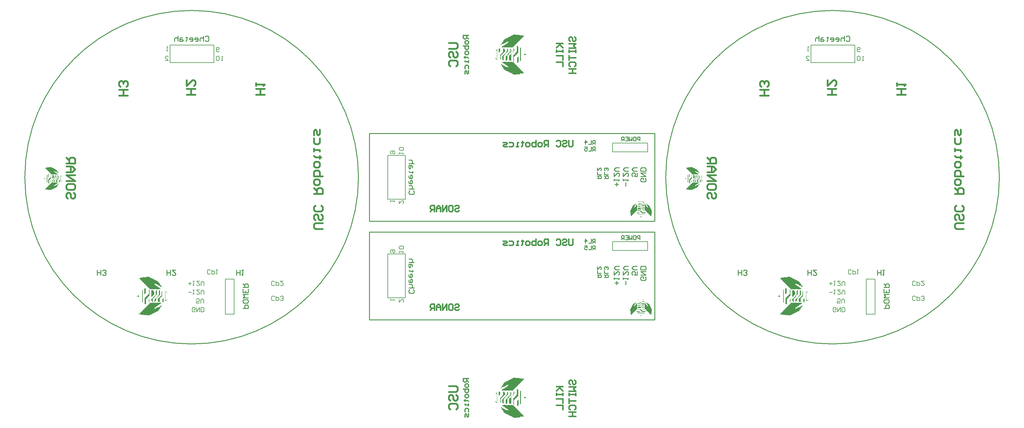
<source format=gbo>
%FSLAX25Y25*%
%MOIN*%
G70*
G01*
G75*
G04 Layer_Color=32896*
%ADD10R,0.12992X0.05118*%
%ADD11R,0.12992X0.01969*%
%ADD12R,0.01969X0.01575*%
%ADD13R,0.03543X0.04331*%
%ADD14R,0.04331X0.03543*%
%ADD15C,0.01000*%
%ADD16R,0.03937X0.03543*%
%ADD17R,0.01614X0.04016*%
%ADD18R,0.04921X0.05512*%
%ADD19R,0.04724X0.05512*%
%ADD20R,0.05512X0.04724*%
%ADD21O,0.08661X0.02362*%
%ADD22R,0.03543X0.03937*%
%ADD23R,0.04016X0.01614*%
%ADD24R,0.05512X0.04724*%
%ADD25R,0.05512X0.04921*%
%ADD26O,0.02362X0.08661*%
%ADD27R,0.05906X0.05906*%
%ADD28C,0.05906*%
%ADD29R,0.05906X0.05906*%
%ADD30C,0.05000*%
%ADD31C,0.14950*%
%ADD32C,0.10000*%
%ADD33C,0.06000*%
%ADD34C,0.10787*%
%ADD35R,0.04724X0.04724*%
%ADD36R,0.10000X0.05984*%
%ADD37R,0.05984X0.10000*%
%ADD38R,0.04724X0.04724*%
%ADD39C,0.00787*%
%ADD40C,0.00800*%
%ADD41C,0.00700*%
%ADD42C,0.00984*%
%ADD43C,0.02362*%
%ADD44C,0.02000*%
%ADD45C,0.01500*%
%ADD46C,0.01200*%
G36*
X556673Y76182D02*
Y76595D01*
X557086D01*
X557499D01*
Y77009D01*
X557913D01*
Y78249D01*
X558326D01*
Y77835D01*
X558739D01*
Y79075D01*
X559153D01*
X559566D01*
Y79902D01*
X559979D01*
Y80315D01*
X560393D01*
Y86928D01*
X560806D01*
Y86515D01*
X561219D01*
Y86102D01*
X561632D01*
Y85688D01*
X562046D01*
Y78662D01*
X561632D01*
Y78249D01*
X561219D01*
Y77835D01*
X560806D01*
Y77422D01*
X560393D01*
Y77009D01*
X559979D01*
Y76595D01*
X559566D01*
Y76182D01*
X559153D01*
Y75769D01*
X558739D01*
Y75355D01*
X558326D01*
Y74942D01*
X557913D01*
Y74529D01*
X557499D01*
Y74115D01*
X557086D01*
Y69156D01*
X557499D01*
Y68742D01*
X557086D01*
X556673D01*
Y69156D01*
X556259D01*
Y76182D01*
X556673D01*
D02*
G37*
G36*
X556259Y80315D02*
Y82382D01*
X556673D01*
Y84035D01*
X557086D01*
Y84448D01*
X557499D01*
Y84035D01*
X557086D01*
Y83208D01*
X557499D01*
Y82382D01*
X557913D01*
Y81555D01*
X557499D01*
X557086D01*
Y81142D01*
X556673D01*
Y79902D01*
X556259D01*
Y79488D01*
X555846D01*
Y80315D01*
X556259D01*
D02*
G37*
G36*
X555019Y79075D02*
X555433D01*
Y78662D01*
X555019D01*
X554606D01*
Y79075D01*
X555019D01*
D02*
G37*
G36*
X561219Y73289D02*
Y73702D01*
X561632D01*
Y74115D01*
X562046D01*
Y74529D01*
X562459D01*
Y67915D01*
X562046D01*
X561632D01*
Y67502D01*
X561219D01*
Y67089D01*
X560806D01*
Y73289D01*
X561219D01*
D02*
G37*
G36*
X569072Y77422D02*
X569486D01*
X569899D01*
X570312D01*
Y77009D01*
X570726D01*
X571139D01*
X571552D01*
Y76595D01*
X571139D01*
X570726D01*
X570312D01*
Y76182D01*
X569899D01*
X569486D01*
X569072D01*
X568659D01*
Y77422D01*
X569072D01*
D02*
G37*
G36*
X542620Y65849D02*
X543033D01*
X543446D01*
Y65436D01*
X543860D01*
Y64609D01*
X544273D01*
X544686D01*
X545100D01*
Y64196D01*
X545513D01*
X545926D01*
Y63369D01*
X546340D01*
Y63782D01*
X546753D01*
X547166D01*
Y62956D01*
X547580D01*
X547993D01*
Y62542D01*
X548406D01*
X548819D01*
X549233D01*
X549646D01*
Y62129D01*
X550060D01*
X550473D01*
X550886D01*
Y62956D01*
X550473D01*
X550060D01*
Y63782D01*
X549646D01*
X549233D01*
Y64196D01*
X548819D01*
Y64609D01*
X548406D01*
X547993D01*
Y65436D01*
X547580D01*
Y65022D01*
X547166D01*
Y65436D01*
X546753D01*
Y66262D01*
X546340D01*
X545926D01*
X545513D01*
Y66676D01*
X545100D01*
Y67502D01*
X544686D01*
Y67089D01*
X544273D01*
X543860D01*
Y67915D01*
X543446D01*
Y68329D01*
X543860D01*
X544273D01*
X544686D01*
X545100D01*
X545513D01*
Y68742D01*
X545926D01*
X546340D01*
X546753D01*
X547166D01*
X547580D01*
X547993D01*
Y68329D01*
X548406D01*
X548819D01*
X549233D01*
Y68742D01*
X549646D01*
Y68329D01*
X550060D01*
X550473D01*
X550886D01*
Y68742D01*
X551299D01*
X551713D01*
X552126D01*
X552539D01*
Y68329D01*
X552953D01*
X553366D01*
X553779D01*
Y68742D01*
X554193D01*
X554606D01*
X555019D01*
Y68329D01*
X555433D01*
X555846D01*
X556259D01*
Y67915D01*
X556673D01*
Y67502D01*
X557086D01*
Y67089D01*
X557499D01*
Y66676D01*
X557913D01*
Y66262D01*
X558326D01*
Y65849D01*
X558739D01*
Y65436D01*
X559153D01*
Y65022D01*
X559566D01*
Y64609D01*
X559979D01*
Y64196D01*
X560393D01*
Y63782D01*
X560806D01*
Y63369D01*
X561219D01*
Y62956D01*
X561632D01*
Y62542D01*
X562046D01*
Y62129D01*
X562459D01*
Y61716D01*
X562873D01*
Y61302D01*
X563286D01*
Y60889D01*
X563699D01*
Y60476D01*
X564112D01*
Y60062D01*
X564526D01*
Y59649D01*
X564939D01*
Y59236D01*
X565352D01*
Y58409D01*
X565766D01*
X566179D01*
Y57996D01*
X566592D01*
Y57582D01*
X567006D01*
Y57169D01*
X567419D01*
Y56343D01*
X567832D01*
X568246D01*
Y55929D01*
X568659D01*
Y55516D01*
X568246D01*
X567832D01*
X567419D01*
Y54689D01*
X567006D01*
Y55103D01*
X566592D01*
X566179D01*
X565766D01*
X565352D01*
X564939D01*
X564526D01*
X564112D01*
Y54276D01*
X563699D01*
X563286D01*
X562873D01*
X562459D01*
X562046D01*
X561632D01*
X561219D01*
X560806D01*
X560393D01*
X559979D01*
Y53863D01*
X559566D01*
X559153D01*
X558739D01*
X558326D01*
X557913D01*
X557499D01*
X557086D01*
X556673D01*
Y54276D01*
X556259D01*
X555846D01*
Y55103D01*
X555433D01*
Y54689D01*
X555019D01*
Y55103D01*
X554606D01*
Y55516D01*
X554193D01*
X553779D01*
Y55929D01*
X553366D01*
X552953D01*
Y56343D01*
X552539D01*
X552126D01*
X551713D01*
Y57169D01*
X551299D01*
Y56756D01*
X550886D01*
Y57582D01*
X550473D01*
X550060D01*
X549646D01*
Y57996D01*
X549233D01*
X548819D01*
Y58409D01*
X548406D01*
X547993D01*
X547580D01*
Y59236D01*
X547166D01*
Y58823D01*
X546753D01*
Y59236D01*
X546340D01*
Y59649D01*
X545926D01*
Y60062D01*
X545513D01*
Y60889D01*
X545100D01*
Y61302D01*
X544686D01*
Y62542D01*
X544273D01*
X543860D01*
Y62956D01*
X543446D01*
Y64196D01*
X543033D01*
Y64609D01*
X542620D01*
Y65436D01*
X542206D01*
Y65849D01*
X542620D01*
D02*
G37*
G36*
X564526Y84448D02*
X564939D01*
Y69569D01*
X564526D01*
Y69156D01*
X564112D01*
Y84448D01*
X564526D01*
D02*
G37*
G36*
X551713Y74942D02*
Y75769D01*
X552126D01*
Y76182D01*
X552539D01*
X552953D01*
Y76595D01*
X553366D01*
Y77009D01*
X553779D01*
Y77835D01*
X554193D01*
Y78249D01*
X554606D01*
Y77835D01*
X554193D01*
Y69982D01*
X553779D01*
X553366D01*
X552953D01*
X552539D01*
X552126D01*
X551713D01*
Y71222D01*
X551299D01*
Y74942D01*
X551713D01*
D02*
G37*
G36*
X540140Y83622D02*
X540553D01*
X540966D01*
X541380D01*
Y80315D01*
X540966D01*
Y79488D01*
X540553D01*
X540140D01*
Y79075D01*
X539726D01*
Y83622D01*
X540140D01*
D02*
G37*
G36*
X536833Y81968D02*
Y82382D01*
X537247D01*
Y81968D01*
X537660D01*
Y82795D01*
X538073D01*
Y70809D01*
X537660D01*
Y71222D01*
X537247D01*
X536833D01*
Y72049D01*
X537247D01*
X537660D01*
Y81142D01*
X537247D01*
X536833D01*
X536420D01*
Y81968D01*
X536833D01*
D02*
G37*
G36*
X536007Y72462D02*
X536420D01*
X536833D01*
Y72049D01*
X536420D01*
X536007D01*
X535593D01*
Y72462D01*
X536007D01*
D02*
G37*
G36*
X541793Y76595D02*
Y77009D01*
X542206D01*
X542620D01*
Y77835D01*
X543033D01*
Y78249D01*
X543446D01*
Y78662D01*
X543860D01*
Y79075D01*
X544273D01*
Y79488D01*
X544686D01*
Y83622D01*
X545100D01*
X545513D01*
X545926D01*
X546340D01*
Y82382D01*
X546753D01*
X547166D01*
Y80315D01*
X546753D01*
Y79902D01*
X546340D01*
Y79488D01*
X545926D01*
Y79075D01*
X545513D01*
Y78662D01*
X545100D01*
Y78249D01*
X544686D01*
Y77835D01*
X544273D01*
Y77422D01*
X543860D01*
Y77009D01*
X543446D01*
Y76595D01*
X543033D01*
Y76182D01*
X542620D01*
Y75769D01*
X542206D01*
Y71222D01*
X541793D01*
Y70809D01*
X541380D01*
Y76595D01*
X541793D01*
D02*
G37*
G36*
X547993Y74529D02*
Y74942D01*
X548406D01*
Y75355D01*
X548819D01*
Y75769D01*
X549233D01*
Y76182D01*
X549646D01*
Y77009D01*
X550060D01*
Y77422D01*
X550473D01*
Y77835D01*
X550886D01*
Y78249D01*
X551299D01*
Y78662D01*
X551713D01*
Y79075D01*
X552126D01*
Y79488D01*
X552539D01*
Y79902D01*
X552953D01*
Y83622D01*
X553366D01*
X553779D01*
Y82382D01*
X554193D01*
Y79902D01*
X553779D01*
Y79488D01*
X553366D01*
Y79075D01*
X552953D01*
X552539D01*
Y78662D01*
X552126D01*
Y77835D01*
X551713D01*
Y77422D01*
X551299D01*
Y76595D01*
X550886D01*
X550473D01*
Y76182D01*
X550060D01*
X549646D01*
Y71222D01*
X549233D01*
Y69982D01*
X548819D01*
X548406D01*
X547993D01*
X547580D01*
Y74529D01*
X547993D01*
D02*
G37*
G36*
X542206Y87755D02*
Y88168D01*
X542620D01*
Y88995D01*
X543033D01*
Y89408D01*
X543446D01*
Y90648D01*
X543860D01*
Y91062D01*
X544273D01*
X544686D01*
Y92301D01*
X545100D01*
Y92715D01*
X545513D01*
Y93542D01*
X545926D01*
Y93955D01*
X546340D01*
Y94368D01*
X546753D01*
Y94781D01*
X547166D01*
Y94368D01*
X547580D01*
Y95195D01*
X547993D01*
X548406D01*
X548819D01*
Y95608D01*
X549233D01*
X549646D01*
Y96021D01*
X550060D01*
X550473D01*
X550886D01*
Y96848D01*
X551299D01*
Y96435D01*
X551713D01*
Y97261D01*
X552126D01*
X552539D01*
X552953D01*
Y97675D01*
X553366D01*
X553779D01*
Y98088D01*
X554193D01*
X554606D01*
Y98501D01*
X555019D01*
Y98915D01*
X555433D01*
Y98501D01*
X555846D01*
Y99328D01*
X556259D01*
X556673D01*
Y99741D01*
X557086D01*
X557499D01*
X557913D01*
X558326D01*
X558739D01*
Y99328D01*
X559153D01*
X559566D01*
X559979D01*
X560393D01*
X560806D01*
X561219D01*
X561632D01*
X562046D01*
X562459D01*
X562873D01*
X563286D01*
Y98915D01*
X563699D01*
Y98501D01*
X564112D01*
X564526D01*
X564939D01*
X565352D01*
X565766D01*
X566179D01*
Y98915D01*
X566592D01*
Y98088D01*
X567006D01*
X567419D01*
X567832D01*
X568246D01*
X568659D01*
Y97675D01*
X568246D01*
Y97261D01*
X567832D01*
X567419D01*
Y96435D01*
X567006D01*
Y96021D01*
X566592D01*
Y95608D01*
X566179D01*
Y95195D01*
X565766D01*
X565352D01*
Y94368D01*
X564939D01*
Y93955D01*
X564526D01*
Y93542D01*
X564112D01*
Y93128D01*
X563699D01*
Y92715D01*
X563286D01*
Y92301D01*
X562873D01*
Y91888D01*
X562459D01*
Y91475D01*
X562046D01*
Y91062D01*
X561632D01*
Y90648D01*
X561219D01*
Y90235D01*
X560806D01*
Y89822D01*
X560393D01*
Y89408D01*
X559979D01*
Y88995D01*
X559566D01*
Y88582D01*
X559153D01*
Y88168D01*
X558739D01*
Y87755D01*
X558326D01*
Y87342D01*
X557913D01*
Y86928D01*
X557499D01*
Y86515D01*
X557086D01*
Y86102D01*
X556673D01*
Y85688D01*
X556259D01*
Y85275D01*
X555846D01*
Y84862D01*
X555433D01*
X555019D01*
X554606D01*
X554193D01*
X553779D01*
X553366D01*
X552953D01*
X552539D01*
X552126D01*
X551713D01*
X551299D01*
X550886D01*
X550473D01*
X550060D01*
X549646D01*
X549233D01*
X548819D01*
X548406D01*
X547993D01*
X547580D01*
X547166D01*
X546753D01*
X546340D01*
X545926D01*
X545513D01*
X545100D01*
X544686D01*
X544273D01*
X543860D01*
X543446D01*
X543033D01*
Y85275D01*
X543446D01*
Y85688D01*
X543860D01*
Y86515D01*
X544273D01*
X544686D01*
Y86102D01*
X545100D01*
Y86928D01*
X545513D01*
Y87342D01*
X545926D01*
X546340D01*
X546753D01*
Y88168D01*
X547166D01*
Y88582D01*
X547580D01*
Y88168D01*
X547993D01*
Y88995D01*
X548406D01*
X548819D01*
Y89408D01*
X549233D01*
Y89822D01*
X549646D01*
X550060D01*
Y90648D01*
X550473D01*
X550886D01*
Y91475D01*
X550473D01*
X550060D01*
X549646D01*
Y91062D01*
X549233D01*
X548819D01*
X548406D01*
X547993D01*
Y90235D01*
X547580D01*
Y89822D01*
X547166D01*
X546753D01*
X546340D01*
Y89408D01*
X545926D01*
X545513D01*
X545100D01*
Y88995D01*
X544686D01*
X544273D01*
X543860D01*
Y88582D01*
X543446D01*
X543033D01*
Y87755D01*
X542620D01*
X542206D01*
Y87342D01*
X541793D01*
Y87755D01*
X542206D01*
D02*
G37*
G36*
X544273Y74942D02*
Y75355D01*
X544686D01*
Y75769D01*
X545100D01*
Y76182D01*
X545513D01*
Y76595D01*
X545926D01*
Y77009D01*
X546340D01*
Y77422D01*
X546753D01*
Y77835D01*
X547166D01*
Y78249D01*
X547580D01*
Y78662D01*
X547993D01*
Y79488D01*
X548406D01*
Y79902D01*
X548819D01*
Y80729D01*
X549233D01*
Y81555D01*
X548819D01*
Y81968D01*
X549233D01*
Y82795D01*
X549646D01*
Y83622D01*
X550060D01*
X550473D01*
Y80729D01*
X550060D01*
Y79902D01*
X549646D01*
Y79488D01*
X549233D01*
Y79075D01*
X548819D01*
X548406D01*
Y78662D01*
X547993D01*
Y77835D01*
X547580D01*
Y77422D01*
X547166D01*
Y76595D01*
X546753D01*
X546340D01*
Y75769D01*
X545926D01*
Y75355D01*
X545513D01*
Y69982D01*
X545100D01*
X544686D01*
Y70809D01*
X544273D01*
X543860D01*
Y74942D01*
X544273D01*
D02*
G37*
G36*
X556673Y467182D02*
Y467595D01*
X557086D01*
X557499D01*
Y468009D01*
X557913D01*
Y469249D01*
X558326D01*
Y468835D01*
X558739D01*
Y470075D01*
X559153D01*
X559566D01*
Y470902D01*
X559979D01*
Y471315D01*
X560393D01*
Y477928D01*
X560806D01*
Y477515D01*
X561219D01*
Y477102D01*
X561632D01*
Y476688D01*
X562046D01*
Y469662D01*
X561632D01*
Y469249D01*
X561219D01*
Y468835D01*
X560806D01*
Y468422D01*
X560393D01*
Y468009D01*
X559979D01*
Y467595D01*
X559566D01*
Y467182D01*
X559153D01*
Y466769D01*
X558739D01*
Y466355D01*
X558326D01*
Y465942D01*
X557913D01*
Y465529D01*
X557499D01*
Y465115D01*
X557086D01*
Y460155D01*
X557499D01*
Y459742D01*
X557086D01*
X556673D01*
Y460155D01*
X556259D01*
Y467182D01*
X556673D01*
D02*
G37*
G36*
X556259Y471315D02*
Y473382D01*
X556673D01*
Y475035D01*
X557086D01*
Y475448D01*
X557499D01*
Y475035D01*
X557086D01*
Y474208D01*
X557499D01*
Y473382D01*
X557913D01*
Y472555D01*
X557499D01*
X557086D01*
Y472142D01*
X556673D01*
Y470902D01*
X556259D01*
Y470489D01*
X555846D01*
Y471315D01*
X556259D01*
D02*
G37*
G36*
X555019Y470075D02*
X555433D01*
Y469662D01*
X555019D01*
X554606D01*
Y470075D01*
X555019D01*
D02*
G37*
G36*
X561219Y464289D02*
Y464702D01*
X561632D01*
Y465115D01*
X562046D01*
Y465529D01*
X562459D01*
Y458916D01*
X562046D01*
X561632D01*
Y458502D01*
X561219D01*
Y458089D01*
X560806D01*
Y464289D01*
X561219D01*
D02*
G37*
G36*
X569072Y468422D02*
X569486D01*
X569899D01*
X570312D01*
Y468009D01*
X570726D01*
X571139D01*
X571552D01*
Y467595D01*
X571139D01*
X570726D01*
X570312D01*
Y467182D01*
X569899D01*
X569486D01*
X569072D01*
X568659D01*
Y468422D01*
X569072D01*
D02*
G37*
G36*
X542620Y456849D02*
X543033D01*
X543446D01*
Y456436D01*
X543860D01*
Y455609D01*
X544273D01*
X544686D01*
X545100D01*
Y455196D01*
X545513D01*
X545926D01*
Y454369D01*
X546340D01*
Y454782D01*
X546753D01*
X547166D01*
Y453956D01*
X547580D01*
X547993D01*
Y453542D01*
X548406D01*
X548819D01*
X549233D01*
X549646D01*
Y453129D01*
X550060D01*
X550473D01*
X550886D01*
Y453956D01*
X550473D01*
X550060D01*
Y454782D01*
X549646D01*
X549233D01*
Y455196D01*
X548819D01*
Y455609D01*
X548406D01*
X547993D01*
Y456436D01*
X547580D01*
Y456022D01*
X547166D01*
Y456436D01*
X546753D01*
Y457262D01*
X546340D01*
X545926D01*
X545513D01*
Y457676D01*
X545100D01*
Y458502D01*
X544686D01*
Y458089D01*
X544273D01*
X543860D01*
Y458916D01*
X543446D01*
Y459329D01*
X543860D01*
X544273D01*
X544686D01*
X545100D01*
X545513D01*
Y459742D01*
X545926D01*
X546340D01*
X546753D01*
X547166D01*
X547580D01*
X547993D01*
Y459329D01*
X548406D01*
X548819D01*
X549233D01*
Y459742D01*
X549646D01*
Y459329D01*
X550060D01*
X550473D01*
X550886D01*
Y459742D01*
X551299D01*
X551713D01*
X552126D01*
X552539D01*
Y459329D01*
X552953D01*
X553366D01*
X553779D01*
Y459742D01*
X554193D01*
X554606D01*
X555019D01*
Y459329D01*
X555433D01*
X555846D01*
X556259D01*
Y458916D01*
X556673D01*
Y458502D01*
X557086D01*
Y458089D01*
X557499D01*
Y457676D01*
X557913D01*
Y457262D01*
X558326D01*
Y456849D01*
X558739D01*
Y456436D01*
X559153D01*
Y456022D01*
X559566D01*
Y455609D01*
X559979D01*
Y455196D01*
X560393D01*
Y454782D01*
X560806D01*
Y454369D01*
X561219D01*
Y453956D01*
X561632D01*
Y453542D01*
X562046D01*
Y453129D01*
X562459D01*
Y452716D01*
X562873D01*
Y452302D01*
X563286D01*
Y451889D01*
X563699D01*
Y451476D01*
X564112D01*
Y451062D01*
X564526D01*
Y450649D01*
X564939D01*
Y450236D01*
X565352D01*
Y449409D01*
X565766D01*
X566179D01*
Y448996D01*
X566592D01*
Y448583D01*
X567006D01*
Y448169D01*
X567419D01*
Y447342D01*
X567832D01*
X568246D01*
Y446929D01*
X568659D01*
Y446516D01*
X568246D01*
X567832D01*
X567419D01*
Y445689D01*
X567006D01*
Y446103D01*
X566592D01*
X566179D01*
X565766D01*
X565352D01*
X564939D01*
X564526D01*
X564112D01*
Y445276D01*
X563699D01*
X563286D01*
X562873D01*
X562459D01*
X562046D01*
X561632D01*
X561219D01*
X560806D01*
X560393D01*
X559979D01*
Y444863D01*
X559566D01*
X559153D01*
X558739D01*
X558326D01*
X557913D01*
X557499D01*
X557086D01*
X556673D01*
Y445276D01*
X556259D01*
X555846D01*
Y446103D01*
X555433D01*
Y445689D01*
X555019D01*
Y446103D01*
X554606D01*
Y446516D01*
X554193D01*
X553779D01*
Y446929D01*
X553366D01*
X552953D01*
Y447342D01*
X552539D01*
X552126D01*
X551713D01*
Y448169D01*
X551299D01*
Y447756D01*
X550886D01*
Y448583D01*
X550473D01*
X550060D01*
X549646D01*
Y448996D01*
X549233D01*
X548819D01*
Y449409D01*
X548406D01*
X547993D01*
X547580D01*
Y450236D01*
X547166D01*
Y449823D01*
X546753D01*
Y450236D01*
X546340D01*
Y450649D01*
X545926D01*
Y451062D01*
X545513D01*
Y451889D01*
X545100D01*
Y452302D01*
X544686D01*
Y453542D01*
X544273D01*
X543860D01*
Y453956D01*
X543446D01*
Y455196D01*
X543033D01*
Y455609D01*
X542620D01*
Y456436D01*
X542206D01*
Y456849D01*
X542620D01*
D02*
G37*
G36*
X564526Y475448D02*
X564939D01*
Y460569D01*
X564526D01*
Y460155D01*
X564112D01*
Y475448D01*
X564526D01*
D02*
G37*
G36*
X551713Y465942D02*
Y466769D01*
X552126D01*
Y467182D01*
X552539D01*
X552953D01*
Y467595D01*
X553366D01*
Y468009D01*
X553779D01*
Y468835D01*
X554193D01*
Y469249D01*
X554606D01*
Y468835D01*
X554193D01*
Y460982D01*
X553779D01*
X553366D01*
X552953D01*
X552539D01*
X552126D01*
X551713D01*
Y462222D01*
X551299D01*
Y465942D01*
X551713D01*
D02*
G37*
G36*
X540140Y474622D02*
X540553D01*
X540966D01*
X541380D01*
Y471315D01*
X540966D01*
Y470489D01*
X540553D01*
X540140D01*
Y470075D01*
X539726D01*
Y474622D01*
X540140D01*
D02*
G37*
G36*
X536833Y472968D02*
Y473382D01*
X537247D01*
Y472968D01*
X537660D01*
Y473795D01*
X538073D01*
Y461809D01*
X537660D01*
Y462222D01*
X537247D01*
X536833D01*
Y463049D01*
X537247D01*
X537660D01*
Y472142D01*
X537247D01*
X536833D01*
X536420D01*
Y472968D01*
X536833D01*
D02*
G37*
G36*
X536007Y463462D02*
X536420D01*
X536833D01*
Y463049D01*
X536420D01*
X536007D01*
X535593D01*
Y463462D01*
X536007D01*
D02*
G37*
G36*
X541793Y467595D02*
Y468009D01*
X542206D01*
X542620D01*
Y468835D01*
X543033D01*
Y469249D01*
X543446D01*
Y469662D01*
X543860D01*
Y470075D01*
X544273D01*
Y470489D01*
X544686D01*
Y474622D01*
X545100D01*
X545513D01*
X545926D01*
X546340D01*
Y473382D01*
X546753D01*
X547166D01*
Y471315D01*
X546753D01*
Y470902D01*
X546340D01*
Y470489D01*
X545926D01*
Y470075D01*
X545513D01*
Y469662D01*
X545100D01*
Y469249D01*
X544686D01*
Y468835D01*
X544273D01*
Y468422D01*
X543860D01*
Y468009D01*
X543446D01*
Y467595D01*
X543033D01*
Y467182D01*
X542620D01*
Y466769D01*
X542206D01*
Y462222D01*
X541793D01*
Y461809D01*
X541380D01*
Y467595D01*
X541793D01*
D02*
G37*
G36*
X547993Y465529D02*
Y465942D01*
X548406D01*
Y466355D01*
X548819D01*
Y466769D01*
X549233D01*
Y467182D01*
X549646D01*
Y468009D01*
X550060D01*
Y468422D01*
X550473D01*
Y468835D01*
X550886D01*
Y469249D01*
X551299D01*
Y469662D01*
X551713D01*
Y470075D01*
X552126D01*
Y470489D01*
X552539D01*
Y470902D01*
X552953D01*
Y474622D01*
X553366D01*
X553779D01*
Y473382D01*
X554193D01*
Y470902D01*
X553779D01*
Y470489D01*
X553366D01*
Y470075D01*
X552953D01*
X552539D01*
Y469662D01*
X552126D01*
Y468835D01*
X551713D01*
Y468422D01*
X551299D01*
Y467595D01*
X550886D01*
X550473D01*
Y467182D01*
X550060D01*
X549646D01*
Y462222D01*
X549233D01*
Y460982D01*
X548819D01*
X548406D01*
X547993D01*
X547580D01*
Y465529D01*
X547993D01*
D02*
G37*
G36*
X542206Y478755D02*
Y479168D01*
X542620D01*
Y479995D01*
X543033D01*
Y480408D01*
X543446D01*
Y481648D01*
X543860D01*
Y482061D01*
X544273D01*
X544686D01*
Y483301D01*
X545100D01*
Y483715D01*
X545513D01*
Y484542D01*
X545926D01*
Y484955D01*
X546340D01*
Y485368D01*
X546753D01*
Y485781D01*
X547166D01*
Y485368D01*
X547580D01*
Y486195D01*
X547993D01*
X548406D01*
X548819D01*
Y486608D01*
X549233D01*
X549646D01*
Y487021D01*
X550060D01*
X550473D01*
X550886D01*
Y487848D01*
X551299D01*
Y487435D01*
X551713D01*
Y488261D01*
X552126D01*
X552539D01*
X552953D01*
Y488675D01*
X553366D01*
X553779D01*
Y489088D01*
X554193D01*
X554606D01*
Y489501D01*
X555019D01*
Y489915D01*
X555433D01*
Y489501D01*
X555846D01*
Y490328D01*
X556259D01*
X556673D01*
Y490741D01*
X557086D01*
X557499D01*
X557913D01*
X558326D01*
X558739D01*
Y490328D01*
X559153D01*
X559566D01*
X559979D01*
X560393D01*
X560806D01*
X561219D01*
X561632D01*
X562046D01*
X562459D01*
X562873D01*
X563286D01*
Y489915D01*
X563699D01*
Y489501D01*
X564112D01*
X564526D01*
X564939D01*
X565352D01*
X565766D01*
X566179D01*
Y489915D01*
X566592D01*
Y489088D01*
X567006D01*
X567419D01*
X567832D01*
X568246D01*
X568659D01*
Y488675D01*
X568246D01*
Y488261D01*
X567832D01*
X567419D01*
Y487435D01*
X567006D01*
Y487021D01*
X566592D01*
Y486608D01*
X566179D01*
Y486195D01*
X565766D01*
X565352D01*
Y485368D01*
X564939D01*
Y484955D01*
X564526D01*
Y484542D01*
X564112D01*
Y484128D01*
X563699D01*
Y483715D01*
X563286D01*
Y483301D01*
X562873D01*
Y482888D01*
X562459D01*
Y482475D01*
X562046D01*
Y482061D01*
X561632D01*
Y481648D01*
X561219D01*
Y481235D01*
X560806D01*
Y480822D01*
X560393D01*
Y480408D01*
X559979D01*
Y479995D01*
X559566D01*
Y479582D01*
X559153D01*
Y479168D01*
X558739D01*
Y478755D01*
X558326D01*
Y478342D01*
X557913D01*
Y477928D01*
X557499D01*
Y477515D01*
X557086D01*
Y477102D01*
X556673D01*
Y476688D01*
X556259D01*
Y476275D01*
X555846D01*
Y475862D01*
X555433D01*
X555019D01*
X554606D01*
X554193D01*
X553779D01*
X553366D01*
X552953D01*
X552539D01*
X552126D01*
X551713D01*
X551299D01*
X550886D01*
X550473D01*
X550060D01*
X549646D01*
X549233D01*
X548819D01*
X548406D01*
X547993D01*
X547580D01*
X547166D01*
X546753D01*
X546340D01*
X545926D01*
X545513D01*
X545100D01*
X544686D01*
X544273D01*
X543860D01*
X543446D01*
X543033D01*
Y476275D01*
X543446D01*
Y476688D01*
X543860D01*
Y477515D01*
X544273D01*
X544686D01*
Y477102D01*
X545100D01*
Y477928D01*
X545513D01*
Y478342D01*
X545926D01*
X546340D01*
X546753D01*
Y479168D01*
X547166D01*
Y479582D01*
X547580D01*
Y479168D01*
X547993D01*
Y479995D01*
X548406D01*
X548819D01*
Y480408D01*
X549233D01*
Y480822D01*
X549646D01*
X550060D01*
Y481648D01*
X550473D01*
X550886D01*
Y482475D01*
X550473D01*
X550060D01*
X549646D01*
Y482061D01*
X549233D01*
X548819D01*
X548406D01*
X547993D01*
Y481235D01*
X547580D01*
Y480822D01*
X547166D01*
X546753D01*
X546340D01*
Y480408D01*
X545926D01*
X545513D01*
X545100D01*
Y479995D01*
X544686D01*
X544273D01*
X543860D01*
Y479582D01*
X543446D01*
X543033D01*
Y478755D01*
X542620D01*
X542206D01*
Y478342D01*
X541793D01*
Y478755D01*
X542206D01*
D02*
G37*
G36*
X544273Y465942D02*
Y466355D01*
X544686D01*
Y466769D01*
X545100D01*
Y467182D01*
X545513D01*
Y467595D01*
X545926D01*
Y468009D01*
X546340D01*
Y468422D01*
X546753D01*
Y468835D01*
X547166D01*
Y469249D01*
X547580D01*
Y469662D01*
X547993D01*
Y470489D01*
X548406D01*
Y470902D01*
X548819D01*
Y471729D01*
X549233D01*
Y472555D01*
X548819D01*
Y472968D01*
X549233D01*
Y473795D01*
X549646D01*
Y474622D01*
X550060D01*
X550473D01*
Y471729D01*
X550060D01*
Y470902D01*
X549646D01*
Y470489D01*
X549233D01*
Y470075D01*
X548819D01*
X548406D01*
Y469662D01*
X547993D01*
Y468835D01*
X547580D01*
Y468422D01*
X547166D01*
Y467595D01*
X546753D01*
X546340D01*
Y466769D01*
X545926D01*
Y466355D01*
X545513D01*
Y460982D01*
X545100D01*
X544686D01*
Y461809D01*
X544273D01*
X543860D01*
Y465942D01*
X544273D01*
D02*
G37*
G36*
X38404Y326654D02*
Y326182D01*
X38168D01*
Y325945D01*
X37932D01*
Y325709D01*
X37695D01*
X37459D01*
Y325472D01*
X37222D01*
Y325000D01*
X36986D01*
Y322399D01*
X36750D01*
Y322636D01*
X36513D01*
X36277D01*
X36040D01*
Y322399D01*
X35804D01*
Y323345D01*
X35568D01*
Y324527D01*
X35804D01*
Y324763D01*
X36040D01*
Y325236D01*
X36277D01*
X36513D01*
Y325472D01*
X36750D01*
Y325709D01*
X36986D01*
Y325945D01*
X37222D01*
Y326418D01*
X37459D01*
X37695D01*
Y326654D01*
X37932D01*
Y326891D01*
X38168D01*
Y329491D01*
X38404D01*
Y329964D01*
X38641D01*
Y326654D01*
X38404D01*
D02*
G37*
G36*
Y320272D02*
Y320035D01*
X38168D01*
Y319563D01*
X37932D01*
Y319326D01*
X37695D01*
Y319090D01*
X37459D01*
Y318617D01*
X37222D01*
Y318380D01*
X36986D01*
Y317671D01*
X36750D01*
Y317435D01*
X36513D01*
X36277D01*
Y316726D01*
X36040D01*
Y316489D01*
X35804D01*
Y316253D01*
X35568D01*
X35331D01*
X35095D01*
Y316017D01*
X34858D01*
X34622D01*
Y315780D01*
X34386D01*
X34149D01*
X33913D01*
Y315307D01*
X33676D01*
Y315544D01*
X33440D01*
Y315071D01*
X33204D01*
X32967D01*
X32731D01*
Y314835D01*
X32495D01*
X32258D01*
Y314598D01*
X32022D01*
X31785D01*
X31549D01*
Y314125D01*
X31313D01*
Y314362D01*
X31076D01*
Y313889D01*
X30840D01*
X30603D01*
X30367D01*
Y313653D01*
X30130D01*
X29894D01*
Y313416D01*
X29658D01*
X29421D01*
X29185D01*
X28949D01*
X28712D01*
Y313653D01*
X28476D01*
X28239D01*
X28003D01*
X27767D01*
X27530D01*
X27294D01*
X27057D01*
X26821D01*
X26585D01*
X26348D01*
X26112D01*
Y313889D01*
X25875D01*
X25639D01*
X25403D01*
X25166D01*
X24930D01*
X24693D01*
X24457D01*
X24221D01*
Y314362D01*
X23984D01*
X23748D01*
X23511D01*
X23275D01*
Y314125D01*
X23039D01*
X22802D01*
Y314362D01*
X23039D01*
Y314598D01*
X23275D01*
Y314835D01*
X23511D01*
X23748D01*
Y315071D01*
X23984D01*
Y315544D01*
X24221D01*
Y315780D01*
X24457D01*
Y316017D01*
X24693D01*
X24930D01*
Y316253D01*
X25166D01*
Y316726D01*
X25403D01*
Y316962D01*
X25639D01*
Y317198D01*
X25875D01*
X26112D01*
Y317435D01*
X26348D01*
Y317908D01*
X26585D01*
Y318144D01*
X26821D01*
Y318380D01*
X27057D01*
X27294D01*
Y318617D01*
X27530D01*
Y319090D01*
X27767D01*
Y319326D01*
X28003D01*
Y319563D01*
X28239D01*
X28476D01*
Y319799D01*
X28712D01*
Y320272D01*
X28949D01*
Y320508D01*
X29185D01*
Y320744D01*
X29421D01*
X29658D01*
Y320981D01*
X29894D01*
Y321454D01*
X30130D01*
Y321690D01*
X30367D01*
Y321926D01*
X30603D01*
X30840D01*
X31076D01*
X31313D01*
X31549D01*
X31785D01*
X32022D01*
X32258D01*
X32495D01*
X32731D01*
X32967D01*
X33204D01*
X33440D01*
X33676D01*
X33913D01*
X34149D01*
X34386D01*
X34622D01*
X34858D01*
X35095D01*
X35331D01*
X35568D01*
X35804D01*
X36040D01*
X36277D01*
X36513D01*
X36750D01*
X36986D01*
X37222D01*
X37459D01*
X37695D01*
X37932D01*
Y321690D01*
X37695D01*
Y321454D01*
X37459D01*
Y321217D01*
X37222D01*
Y320981D01*
X36986D01*
X36750D01*
Y320744D01*
X36513D01*
X36277D01*
Y320508D01*
X36040D01*
X35804D01*
Y320035D01*
X35568D01*
Y319799D01*
X35331D01*
X35095D01*
X34858D01*
Y319563D01*
X34622D01*
Y319326D01*
X34386D01*
Y319090D01*
X34149D01*
Y318853D01*
X33913D01*
Y319090D01*
X33676D01*
Y318617D01*
X33440D01*
Y317908D01*
X33676D01*
X33913D01*
Y318144D01*
X34149D01*
Y318380D01*
X34386D01*
X34622D01*
X34858D01*
Y318617D01*
X35095D01*
Y318853D01*
X35331D01*
X35568D01*
X35804D01*
Y319326D01*
X36040D01*
Y319090D01*
X36277D01*
X36513D01*
X36750D01*
Y319563D01*
X36986D01*
X37222D01*
Y319799D01*
X37459D01*
X37695D01*
X37932D01*
Y320272D01*
X38168D01*
Y320508D01*
X38404D01*
X38641D01*
Y320272D01*
X38404D01*
D02*
G37*
G36*
X36986Y327364D02*
Y327127D01*
X36750D01*
Y326891D01*
X36513D01*
X36277D01*
Y326654D01*
X36040D01*
Y326182D01*
X35804D01*
Y325945D01*
X35568D01*
Y325709D01*
X35331D01*
X35095D01*
Y325472D01*
X34858D01*
Y324763D01*
X34622D01*
Y324290D01*
X34386D01*
Y323109D01*
X34149D01*
X33913D01*
Y322636D01*
X33676D01*
Y322399D01*
X33440D01*
Y324290D01*
X33676D01*
Y324527D01*
X33913D01*
Y324763D01*
X34149D01*
Y325000D01*
X34386D01*
Y325236D01*
X34622D01*
Y325472D01*
X34858D01*
Y325709D01*
X35095D01*
Y325945D01*
X35331D01*
Y326182D01*
X35568D01*
Y326654D01*
X35804D01*
Y326891D01*
X36040D01*
Y327127D01*
X36277D01*
Y327364D01*
X36513D01*
Y330437D01*
X36750D01*
X36986D01*
Y329964D01*
X37222D01*
Y327364D01*
X36986D01*
D02*
G37*
G36*
X39350Y322399D02*
Y322636D01*
X39114D01*
Y322399D01*
X38877D01*
Y324527D01*
X39114D01*
Y325000D01*
X39350D01*
Y325236D01*
X39586D01*
Y322399D01*
X39350D01*
D02*
G37*
G36*
X42187Y324054D02*
X41950D01*
Y324290D01*
X42187D01*
X42423D01*
Y324054D01*
X42187D01*
D02*
G37*
G36*
X41714Y329018D02*
X41478D01*
Y329255D01*
X41714D01*
X41950D01*
Y329018D01*
X41714D01*
D02*
G37*
G36*
X41478Y323581D02*
Y323345D01*
X41241D01*
X41005D01*
X40768D01*
Y323109D01*
X40532D01*
Y329964D01*
X40768D01*
Y329491D01*
X41005D01*
X41241D01*
X41478D01*
Y329255D01*
X41241D01*
X41005D01*
X40768D01*
Y324054D01*
X41005D01*
Y323818D01*
X41241D01*
X41478D01*
Y324054D01*
X41714D01*
Y323581D01*
X41478D01*
D02*
G37*
G36*
X34858Y327836D02*
Y327364D01*
X34622D01*
Y327127D01*
X34386D01*
Y326891D01*
X34149D01*
X33913D01*
Y326182D01*
X33676D01*
Y325945D01*
X33440D01*
Y325709D01*
X33204D01*
Y325472D01*
X32967D01*
X32731D01*
Y325000D01*
X32495D01*
Y324763D01*
X32258D01*
Y322399D01*
X32022D01*
X31785D01*
Y323109D01*
X31549D01*
Y323345D01*
X31313D01*
Y324527D01*
X31549D01*
Y324763D01*
X31785D01*
Y325000D01*
X32022D01*
Y325236D01*
X32258D01*
Y325472D01*
X32495D01*
Y325709D01*
X32731D01*
Y325945D01*
X32967D01*
Y326182D01*
X33204D01*
Y326654D01*
X33440D01*
Y326891D01*
X33676D01*
X33913D01*
Y327127D01*
X34149D01*
Y329728D01*
X34386D01*
Y330437D01*
X34622D01*
X34858D01*
X35095D01*
Y327836D01*
X34858D01*
D02*
G37*
G36*
X25403Y322163D02*
X25166D01*
Y330437D01*
X25403D01*
Y330909D01*
X25639D01*
Y322163D01*
X25403D01*
D02*
G37*
G36*
X37932Y332801D02*
X37695D01*
Y333037D01*
X37459D01*
X37222D01*
Y333510D01*
X36986D01*
X36750D01*
Y333746D01*
X36513D01*
X36277D01*
X36040D01*
Y333983D01*
X35804D01*
X35568D01*
Y334455D01*
X35331D01*
Y334219D01*
X35095D01*
X34858D01*
Y334692D01*
X34622D01*
X34386D01*
X34149D01*
Y334928D01*
X33913D01*
X33676D01*
X33440D01*
Y334219D01*
X33676D01*
Y333983D01*
X33913D01*
X34149D01*
X34386D01*
Y333746D01*
X34622D01*
Y333510D01*
X34858D01*
Y333037D01*
X35095D01*
X35331D01*
X35568D01*
Y332801D01*
X35804D01*
Y332564D01*
X36040D01*
X36277D01*
Y332328D01*
X36513D01*
X36750D01*
Y331855D01*
X36986D01*
X37222D01*
Y331619D01*
X37459D01*
Y331382D01*
X37222D01*
X36986D01*
X36750D01*
X36513D01*
X36277D01*
Y331146D01*
X36040D01*
X35804D01*
X35568D01*
X35331D01*
X35095D01*
X34858D01*
Y331382D01*
X34622D01*
X34386D01*
Y331146D01*
X34149D01*
Y331382D01*
X33913D01*
X33676D01*
X33440D01*
Y331146D01*
X33204D01*
X32967D01*
X32731D01*
X32495D01*
X32258D01*
Y331382D01*
X32022D01*
X31785D01*
X31549D01*
Y331146D01*
X31313D01*
X31076D01*
X30840D01*
Y331382D01*
X30603D01*
X30367D01*
X30130D01*
Y331619D01*
X29894D01*
Y331855D01*
X29658D01*
Y332091D01*
X29421D01*
Y332328D01*
X29185D01*
Y332564D01*
X28949D01*
Y332801D01*
X28712D01*
Y333037D01*
X28476D01*
Y333274D01*
X28239D01*
Y333510D01*
X28003D01*
Y333746D01*
X27767D01*
Y333983D01*
X27530D01*
Y334219D01*
X27294D01*
Y334455D01*
X27057D01*
Y334692D01*
X26821D01*
Y334928D01*
X26585D01*
Y335165D01*
X26348D01*
Y335401D01*
X26112D01*
Y335637D01*
X25875D01*
Y335874D01*
X25639D01*
Y336110D01*
X25403D01*
Y336347D01*
X25166D01*
Y336583D01*
X24930D01*
Y336820D01*
X24693D01*
Y337056D01*
X24457D01*
Y337292D01*
X24221D01*
Y337529D01*
X23984D01*
Y337765D01*
X23748D01*
Y338001D01*
X23511D01*
Y338238D01*
X23275D01*
Y338474D01*
X23039D01*
Y338711D01*
X23275D01*
X23511D01*
X23748D01*
Y338947D01*
X23984D01*
X24221D01*
X24457D01*
X24693D01*
X24930D01*
X25166D01*
X25403D01*
X25639D01*
Y339420D01*
X25875D01*
X26112D01*
Y339183D01*
X26348D01*
X26585D01*
X26821D01*
X27057D01*
X27294D01*
X27530D01*
X27767D01*
X28003D01*
Y339656D01*
X28239D01*
X28476D01*
X28712D01*
X28949D01*
X29185D01*
X29421D01*
X29658D01*
X29894D01*
Y339183D01*
X30130D01*
Y339420D01*
X30367D01*
Y338947D01*
X30603D01*
X30840D01*
X31076D01*
Y338711D01*
X31313D01*
X31549D01*
Y338474D01*
X31785D01*
X32022D01*
X32258D01*
Y338001D01*
X32495D01*
Y338238D01*
X32731D01*
Y337765D01*
X32967D01*
X33204D01*
X33440D01*
Y337529D01*
X33676D01*
X33913D01*
Y337292D01*
X34149D01*
X34386D01*
X34622D01*
Y336820D01*
X34858D01*
Y337056D01*
X35095D01*
Y336583D01*
X35331D01*
X35568D01*
X35804D01*
Y336347D01*
X36040D01*
Y336110D01*
X36277D01*
Y335637D01*
X36513D01*
Y335401D01*
X36750D01*
Y335165D01*
X36986D01*
Y334692D01*
X37222D01*
Y334455D01*
X37459D01*
Y333746D01*
X37695D01*
X37932D01*
Y333510D01*
X38168D01*
Y332801D01*
X37932D01*
D02*
G37*
G36*
X22802Y325945D02*
Y326182D01*
X22566D01*
Y325945D01*
X22329D01*
X22093D01*
Y326418D01*
X21857D01*
X21620D01*
X21384D01*
Y326654D01*
X21620D01*
X21857D01*
X22093D01*
Y326891D01*
X22329D01*
X22566D01*
X22802D01*
X23039D01*
Y325945D01*
X22802D01*
D02*
G37*
G36*
X27294Y328309D02*
X27057D01*
Y328073D01*
X26821D01*
Y327600D01*
X26585D01*
Y331619D01*
X26821D01*
X27057D01*
X27294D01*
Y331855D01*
X27530D01*
Y328309D01*
X27294D01*
D02*
G37*
G36*
X32967Y327600D02*
Y327364D01*
X32731D01*
Y327127D01*
X32495D01*
Y326891D01*
X32258D01*
Y326654D01*
X32022D01*
Y326418D01*
X31785D01*
Y326182D01*
X31549D01*
Y325945D01*
X31313D01*
Y330437D01*
X31549D01*
X31785D01*
X32022D01*
X32258D01*
X32495D01*
X32731D01*
Y329728D01*
X32967D01*
Y329491D01*
X33204D01*
Y327600D01*
X32967D01*
D02*
G37*
G36*
X30130Y324527D02*
Y323345D01*
X29894D01*
Y322163D01*
X29658D01*
X29421D01*
Y322399D01*
X29658D01*
Y323345D01*
X29421D01*
X29185D01*
Y323581D01*
X29421D01*
Y323818D01*
X29658D01*
Y324054D01*
X29894D01*
Y324527D01*
X30130D01*
Y325000D01*
X30367D01*
Y324527D01*
X30130D01*
D02*
G37*
G36*
X29894Y326891D02*
Y326654D01*
X29658D01*
Y326418D01*
X29421D01*
Y326182D01*
X29185D01*
Y325709D01*
X28949D01*
X28712D01*
Y325236D01*
X28476D01*
Y325000D01*
X28239D01*
Y324763D01*
X28003D01*
Y324527D01*
X27767D01*
Y320744D01*
X27530D01*
Y320981D01*
X27294D01*
Y321217D01*
X27057D01*
X26821D01*
Y325472D01*
X27057D01*
X27294D01*
Y325709D01*
X27530D01*
Y326182D01*
X27767D01*
Y326418D01*
X28003D01*
Y326654D01*
X28239D01*
X28476D01*
Y326891D01*
X28712D01*
Y327364D01*
X28949D01*
Y327600D01*
X29185D01*
Y327836D01*
X29421D01*
X29658D01*
Y331146D01*
X29894D01*
Y330673D01*
X30130D01*
Y326891D01*
X29894D01*
D02*
G37*
G36*
X156061Y192720D02*
Y191924D01*
X155662D01*
Y191525D01*
X155264D01*
Y191127D01*
X154866D01*
X154467D01*
Y190729D01*
X154069D01*
Y189932D01*
X153671D01*
Y185551D01*
X153273D01*
Y185949D01*
X152874D01*
X152476D01*
X152078D01*
Y185551D01*
X151679D01*
Y187144D01*
X151281D01*
Y189136D01*
X151679D01*
Y189534D01*
X152078D01*
Y190331D01*
X152476D01*
X152874D01*
Y190729D01*
X153273D01*
Y191127D01*
X153671D01*
Y191525D01*
X154069D01*
Y192322D01*
X154467D01*
X154866D01*
Y192720D01*
X155264D01*
Y193119D01*
X155662D01*
Y197500D01*
X156061D01*
Y198296D01*
X156459D01*
Y192720D01*
X156061D01*
D02*
G37*
G36*
Y181967D02*
Y181568D01*
X155662D01*
Y180772D01*
X155264D01*
Y180373D01*
X154866D01*
Y179975D01*
X154467D01*
Y179179D01*
X154069D01*
Y178780D01*
X153671D01*
Y177585D01*
X153273D01*
Y177187D01*
X152874D01*
X152476D01*
Y175992D01*
X152078D01*
Y175594D01*
X151679D01*
Y175196D01*
X151281D01*
X150883D01*
X150485D01*
Y174797D01*
X150086D01*
X149688D01*
Y174399D01*
X149290D01*
X148891D01*
X148493D01*
Y173602D01*
X148095D01*
Y174001D01*
X147696D01*
Y173204D01*
X147298D01*
X146900D01*
X146502D01*
Y172806D01*
X146103D01*
X145705D01*
Y172408D01*
X145307D01*
X144908D01*
X144510D01*
Y171611D01*
X144112D01*
Y172009D01*
X143714D01*
Y171213D01*
X143315D01*
X142917D01*
X142519D01*
Y170815D01*
X142121D01*
X141722D01*
Y170416D01*
X141324D01*
X140926D01*
X140527D01*
X140129D01*
X139731D01*
Y170815D01*
X139332D01*
X138934D01*
X138536D01*
X138138D01*
X137739D01*
X137341D01*
X136943D01*
X136545D01*
X136146D01*
X135748D01*
X135350D01*
Y171213D01*
X134951D01*
X134553D01*
X134155D01*
X133756D01*
X133358D01*
X132960D01*
X132562D01*
X132163D01*
Y172009D01*
X131765D01*
X131367D01*
X130968D01*
X130570D01*
Y171611D01*
X130172D01*
X129774D01*
Y172009D01*
X130172D01*
Y172408D01*
X130570D01*
Y172806D01*
X130968D01*
X131367D01*
Y173204D01*
X131765D01*
Y174001D01*
X132163D01*
Y174399D01*
X132562D01*
Y174797D01*
X132960D01*
X133358D01*
Y175196D01*
X133756D01*
Y175992D01*
X134155D01*
Y176391D01*
X134553D01*
Y176789D01*
X134951D01*
X135350D01*
Y177187D01*
X135748D01*
Y177984D01*
X136146D01*
Y178382D01*
X136545D01*
Y178780D01*
X136943D01*
X137341D01*
Y179179D01*
X137739D01*
Y179975D01*
X138138D01*
Y180373D01*
X138536D01*
Y180772D01*
X138934D01*
X139332D01*
Y181170D01*
X139731D01*
Y181967D01*
X140129D01*
Y182365D01*
X140527D01*
Y182763D01*
X140926D01*
X141324D01*
Y183161D01*
X141722D01*
Y183958D01*
X142121D01*
Y184356D01*
X142519D01*
Y184755D01*
X142917D01*
X143315D01*
X143714D01*
X144112D01*
X144510D01*
X144908D01*
X145307D01*
X145705D01*
X146103D01*
X146502D01*
X146900D01*
X147298D01*
X147696D01*
X148095D01*
X148493D01*
X148891D01*
X149290D01*
X149688D01*
X150086D01*
X150485D01*
X150883D01*
X151281D01*
X151679D01*
X152078D01*
X152476D01*
X152874D01*
X153273D01*
X153671D01*
X154069D01*
X154467D01*
X154866D01*
X155264D01*
Y184356D01*
X154866D01*
Y183958D01*
X154467D01*
Y183560D01*
X154069D01*
Y183161D01*
X153671D01*
X153273D01*
Y182763D01*
X152874D01*
X152476D01*
Y182365D01*
X152078D01*
X151679D01*
Y181568D01*
X151281D01*
Y181170D01*
X150883D01*
X150485D01*
X150086D01*
Y180772D01*
X149688D01*
Y180373D01*
X149290D01*
Y179975D01*
X148891D01*
Y179577D01*
X148493D01*
Y179975D01*
X148095D01*
Y179179D01*
X147696D01*
Y177984D01*
X148095D01*
X148493D01*
Y178382D01*
X148891D01*
Y178780D01*
X149290D01*
X149688D01*
X150086D01*
Y179179D01*
X150485D01*
Y179577D01*
X150883D01*
X151281D01*
X151679D01*
Y180373D01*
X152078D01*
Y179975D01*
X152476D01*
X152874D01*
X153273D01*
Y180772D01*
X153671D01*
X154069D01*
Y181170D01*
X154467D01*
X154866D01*
X155264D01*
Y181967D01*
X155662D01*
Y182365D01*
X156061D01*
X156459D01*
Y181967D01*
X156061D01*
D02*
G37*
G36*
X153671Y193915D02*
Y193517D01*
X153273D01*
Y193119D01*
X152874D01*
X152476D01*
Y192720D01*
X152078D01*
Y191924D01*
X151679D01*
Y191525D01*
X151281D01*
Y191127D01*
X150883D01*
X150485D01*
Y190729D01*
X150086D01*
Y189534D01*
X149688D01*
Y188737D01*
X149290D01*
Y186746D01*
X148891D01*
X148493D01*
Y185949D01*
X148095D01*
Y185551D01*
X147696D01*
Y188737D01*
X148095D01*
Y189136D01*
X148493D01*
Y189534D01*
X148891D01*
Y189932D01*
X149290D01*
Y190331D01*
X149688D01*
Y190729D01*
X150086D01*
Y191127D01*
X150485D01*
Y191525D01*
X150883D01*
Y191924D01*
X151281D01*
Y192720D01*
X151679D01*
Y193119D01*
X152078D01*
Y193517D01*
X152476D01*
Y193915D01*
X152874D01*
Y199093D01*
X153273D01*
X153671D01*
Y198296D01*
X154069D01*
Y193915D01*
X153671D01*
D02*
G37*
G36*
X157654Y185551D02*
Y185949D01*
X157255D01*
Y185551D01*
X156857D01*
Y189136D01*
X157255D01*
Y189932D01*
X157654D01*
Y190331D01*
X158052D01*
Y185551D01*
X157654D01*
D02*
G37*
G36*
X162433Y188339D02*
X162035D01*
Y188737D01*
X162433D01*
X162831D01*
Y188339D01*
X162433D01*
D02*
G37*
G36*
X161637Y196703D02*
X161238D01*
Y197101D01*
X161637D01*
X162035D01*
Y196703D01*
X161637D01*
D02*
G37*
G36*
X161238Y187543D02*
Y187144D01*
X160840D01*
X160442D01*
X160043D01*
Y186746D01*
X159645D01*
Y198296D01*
X160043D01*
Y197500D01*
X160442D01*
X160840D01*
X161238D01*
Y197101D01*
X160840D01*
X160442D01*
X160043D01*
Y188339D01*
X160442D01*
Y187941D01*
X160840D01*
X161238D01*
Y188339D01*
X161637D01*
Y187543D01*
X161238D01*
D02*
G37*
G36*
X150086Y194712D02*
Y193915D01*
X149688D01*
Y193517D01*
X149290D01*
Y193119D01*
X148891D01*
X148493D01*
Y191924D01*
X148095D01*
Y191525D01*
X147696D01*
Y191127D01*
X147298D01*
Y190729D01*
X146900D01*
X146502D01*
Y189932D01*
X146103D01*
Y189534D01*
X145705D01*
Y185551D01*
X145307D01*
X144908D01*
Y186746D01*
X144510D01*
Y187144D01*
X144112D01*
Y189136D01*
X144510D01*
Y189534D01*
X144908D01*
Y189932D01*
X145307D01*
Y190331D01*
X145705D01*
Y190729D01*
X146103D01*
Y191127D01*
X146502D01*
Y191525D01*
X146900D01*
Y191924D01*
X147298D01*
Y192720D01*
X147696D01*
Y193119D01*
X148095D01*
X148493D01*
Y193517D01*
X148891D01*
Y197898D01*
X149290D01*
Y199093D01*
X149688D01*
X150086D01*
X150485D01*
Y194712D01*
X150086D01*
D02*
G37*
G36*
X134155Y185153D02*
X133756D01*
Y199093D01*
X134155D01*
Y199890D01*
X134553D01*
Y185153D01*
X134155D01*
D02*
G37*
G36*
X155264Y203076D02*
X154866D01*
Y203474D01*
X154467D01*
X154069D01*
Y204271D01*
X153671D01*
X153273D01*
Y204669D01*
X152874D01*
X152476D01*
X152078D01*
Y205067D01*
X151679D01*
X151281D01*
Y205864D01*
X150883D01*
Y205466D01*
X150485D01*
X150086D01*
Y206262D01*
X149688D01*
X149290D01*
X148891D01*
Y206660D01*
X148493D01*
X148095D01*
X147696D01*
Y205466D01*
X148095D01*
Y205067D01*
X148493D01*
X148891D01*
X149290D01*
Y204669D01*
X149688D01*
Y204271D01*
X150086D01*
Y203474D01*
X150485D01*
X150883D01*
X151281D01*
Y203076D01*
X151679D01*
Y202677D01*
X152078D01*
X152476D01*
Y202279D01*
X152874D01*
X153273D01*
Y201483D01*
X153671D01*
X154069D01*
Y201084D01*
X154467D01*
Y200686D01*
X154069D01*
X153671D01*
X153273D01*
X152874D01*
X152476D01*
Y200288D01*
X152078D01*
X151679D01*
X151281D01*
X150883D01*
X150485D01*
X150086D01*
Y200686D01*
X149688D01*
X149290D01*
Y200288D01*
X148891D01*
Y200686D01*
X148493D01*
X148095D01*
X147696D01*
Y200288D01*
X147298D01*
X146900D01*
X146502D01*
X146103D01*
X145705D01*
Y200686D01*
X145307D01*
X144908D01*
X144510D01*
Y200288D01*
X144112D01*
X143714D01*
X143315D01*
Y200686D01*
X142917D01*
X142519D01*
X142121D01*
Y201084D01*
X141722D01*
Y201483D01*
X141324D01*
Y201881D01*
X140926D01*
Y202279D01*
X140527D01*
Y202677D01*
X140129D01*
Y203076D01*
X139731D01*
Y203474D01*
X139332D01*
Y203872D01*
X138934D01*
Y204271D01*
X138536D01*
Y204669D01*
X138138D01*
Y205067D01*
X137739D01*
Y205466D01*
X137341D01*
Y205864D01*
X136943D01*
Y206262D01*
X136545D01*
Y206660D01*
X136146D01*
Y207059D01*
X135748D01*
Y207457D01*
X135350D01*
Y207855D01*
X134951D01*
Y208254D01*
X134553D01*
Y208652D01*
X134155D01*
Y209050D01*
X133756D01*
Y209448D01*
X133358D01*
Y209847D01*
X132960D01*
Y210245D01*
X132562D01*
Y210643D01*
X132163D01*
Y211042D01*
X131765D01*
Y211440D01*
X131367D01*
Y211838D01*
X130968D01*
Y212236D01*
X130570D01*
Y212635D01*
X130172D01*
Y213033D01*
X130570D01*
X130968D01*
X131367D01*
Y213431D01*
X131765D01*
X132163D01*
X132562D01*
X132960D01*
X133358D01*
X133756D01*
X134155D01*
X134553D01*
Y214228D01*
X134951D01*
X135350D01*
Y213830D01*
X135748D01*
X136146D01*
X136545D01*
X136943D01*
X137341D01*
X137739D01*
X138138D01*
X138536D01*
Y214626D01*
X138934D01*
X139332D01*
X139731D01*
X140129D01*
X140527D01*
X140926D01*
X141324D01*
X141722D01*
Y213830D01*
X142121D01*
Y214228D01*
X142519D01*
Y213431D01*
X142917D01*
X143315D01*
X143714D01*
Y213033D01*
X144112D01*
X144510D01*
Y212635D01*
X144908D01*
X145307D01*
X145705D01*
Y211838D01*
X146103D01*
Y212236D01*
X146502D01*
Y211440D01*
X146900D01*
X147298D01*
X147696D01*
Y211042D01*
X148095D01*
X148493D01*
Y210643D01*
X148891D01*
X149290D01*
X149688D01*
Y209847D01*
X150086D01*
Y210245D01*
X150485D01*
Y209448D01*
X150883D01*
X151281D01*
X151679D01*
Y209050D01*
X152078D01*
Y208652D01*
X152476D01*
Y207855D01*
X152874D01*
Y207457D01*
X153273D01*
Y207059D01*
X153671D01*
Y206262D01*
X154069D01*
Y205864D01*
X154467D01*
Y204669D01*
X154866D01*
X155264D01*
Y204271D01*
X155662D01*
Y203076D01*
X155264D01*
D02*
G37*
G36*
X129774Y191525D02*
Y191924D01*
X129375D01*
Y191525D01*
X128977D01*
X128579D01*
Y192322D01*
X128180D01*
X127782D01*
X127384D01*
Y192720D01*
X127782D01*
X128180D01*
X128579D01*
Y193119D01*
X128977D01*
X129375D01*
X129774D01*
X130172D01*
Y191525D01*
X129774D01*
D02*
G37*
G36*
X137341Y195508D02*
X136943D01*
Y195110D01*
X136545D01*
Y194314D01*
X136146D01*
Y201084D01*
X136545D01*
X136943D01*
X137341D01*
Y201483D01*
X137739D01*
Y195508D01*
X137341D01*
D02*
G37*
G36*
X146900Y194314D02*
Y193915D01*
X146502D01*
Y193517D01*
X146103D01*
Y193119D01*
X145705D01*
Y192720D01*
X145307D01*
Y192322D01*
X144908D01*
Y191924D01*
X144510D01*
Y191525D01*
X144112D01*
Y199093D01*
X144510D01*
X144908D01*
X145307D01*
X145705D01*
X146103D01*
X146502D01*
Y197898D01*
X146900D01*
Y197500D01*
X147298D01*
Y194314D01*
X146900D01*
D02*
G37*
G36*
X142121Y189136D02*
Y187144D01*
X141722D01*
Y185153D01*
X141324D01*
X140926D01*
Y185551D01*
X141324D01*
Y187144D01*
X140926D01*
X140527D01*
Y187543D01*
X140926D01*
Y187941D01*
X141324D01*
Y188339D01*
X141722D01*
Y189136D01*
X142121D01*
Y189932D01*
X142519D01*
Y189136D01*
X142121D01*
D02*
G37*
G36*
X141722Y193119D02*
Y192720D01*
X141324D01*
Y192322D01*
X140926D01*
Y191924D01*
X140527D01*
Y191127D01*
X140129D01*
X139731D01*
Y190331D01*
X139332D01*
Y189932D01*
X138934D01*
Y189534D01*
X138536D01*
Y189136D01*
X138138D01*
Y182763D01*
X137739D01*
Y183161D01*
X137341D01*
Y183560D01*
X136943D01*
X136545D01*
Y190729D01*
X136943D01*
X137341D01*
Y191127D01*
X137739D01*
Y191924D01*
X138138D01*
Y192322D01*
X138536D01*
Y192720D01*
X138934D01*
X139332D01*
Y193119D01*
X139731D01*
Y193915D01*
X140129D01*
Y194314D01*
X140527D01*
Y194712D01*
X140926D01*
X141324D01*
Y200288D01*
X141722D01*
Y199491D01*
X142121D01*
Y193119D01*
X141722D01*
D02*
G37*
G36*
X768404Y326654D02*
Y326182D01*
X768168D01*
Y325945D01*
X767932D01*
Y325709D01*
X767695D01*
X767459D01*
Y325472D01*
X767222D01*
Y325000D01*
X766986D01*
Y322399D01*
X766750D01*
Y322636D01*
X766513D01*
X766277D01*
X766040D01*
Y322399D01*
X765804D01*
Y323345D01*
X765568D01*
Y324527D01*
X765804D01*
Y324763D01*
X766040D01*
Y325236D01*
X766277D01*
X766513D01*
Y325472D01*
X766750D01*
Y325709D01*
X766986D01*
Y325945D01*
X767222D01*
Y326418D01*
X767459D01*
X767695D01*
Y326654D01*
X767932D01*
Y326891D01*
X768168D01*
Y329491D01*
X768404D01*
Y329964D01*
X768641D01*
Y326654D01*
X768404D01*
D02*
G37*
G36*
Y320272D02*
Y320035D01*
X768168D01*
Y319563D01*
X767932D01*
Y319326D01*
X767695D01*
Y319090D01*
X767459D01*
Y318617D01*
X767222D01*
Y318380D01*
X766986D01*
Y317671D01*
X766750D01*
Y317435D01*
X766513D01*
X766277D01*
Y316726D01*
X766040D01*
Y316489D01*
X765804D01*
Y316253D01*
X765568D01*
X765331D01*
X765095D01*
Y316017D01*
X764858D01*
X764622D01*
Y315780D01*
X764386D01*
X764149D01*
X763913D01*
Y315307D01*
X763677D01*
Y315544D01*
X763440D01*
Y315071D01*
X763204D01*
X762967D01*
X762731D01*
Y314835D01*
X762495D01*
X762258D01*
Y314598D01*
X762022D01*
X761785D01*
X761549D01*
Y314125D01*
X761312D01*
Y314362D01*
X761076D01*
Y313889D01*
X760840D01*
X760603D01*
X760367D01*
Y313653D01*
X760131D01*
X759894D01*
Y313416D01*
X759658D01*
X759421D01*
X759185D01*
X758949D01*
X758712D01*
Y313653D01*
X758476D01*
X758239D01*
X758003D01*
X757767D01*
X757530D01*
X757294D01*
X757057D01*
X756821D01*
X756585D01*
X756348D01*
X756112D01*
Y313889D01*
X755875D01*
X755639D01*
X755403D01*
X755166D01*
X754930D01*
X754693D01*
X754457D01*
X754221D01*
Y314362D01*
X753984D01*
X753748D01*
X753511D01*
X753275D01*
Y314125D01*
X753039D01*
X752802D01*
Y314362D01*
X753039D01*
Y314598D01*
X753275D01*
Y314835D01*
X753511D01*
X753748D01*
Y315071D01*
X753984D01*
Y315544D01*
X754221D01*
Y315780D01*
X754457D01*
Y316017D01*
X754693D01*
X754930D01*
Y316253D01*
X755166D01*
Y316726D01*
X755403D01*
Y316962D01*
X755639D01*
Y317198D01*
X755875D01*
X756112D01*
Y317435D01*
X756348D01*
Y317908D01*
X756585D01*
Y318144D01*
X756821D01*
Y318380D01*
X757057D01*
X757294D01*
Y318617D01*
X757530D01*
Y319090D01*
X757767D01*
Y319326D01*
X758003D01*
Y319563D01*
X758239D01*
X758476D01*
Y319799D01*
X758712D01*
Y320272D01*
X758949D01*
Y320508D01*
X759185D01*
Y320744D01*
X759421D01*
X759658D01*
Y320981D01*
X759894D01*
Y321454D01*
X760131D01*
Y321690D01*
X760367D01*
Y321926D01*
X760603D01*
X760840D01*
X761076D01*
X761312D01*
X761549D01*
X761785D01*
X762022D01*
X762258D01*
X762495D01*
X762731D01*
X762967D01*
X763204D01*
X763440D01*
X763677D01*
X763913D01*
X764149D01*
X764386D01*
X764622D01*
X764858D01*
X765095D01*
X765331D01*
X765568D01*
X765804D01*
X766040D01*
X766277D01*
X766513D01*
X766750D01*
X766986D01*
X767222D01*
X767459D01*
X767695D01*
X767932D01*
Y321690D01*
X767695D01*
Y321454D01*
X767459D01*
Y321217D01*
X767222D01*
Y320981D01*
X766986D01*
X766750D01*
Y320744D01*
X766513D01*
X766277D01*
Y320508D01*
X766040D01*
X765804D01*
Y320035D01*
X765568D01*
Y319799D01*
X765331D01*
X765095D01*
X764858D01*
Y319563D01*
X764622D01*
Y319326D01*
X764386D01*
Y319090D01*
X764149D01*
Y318853D01*
X763913D01*
Y319090D01*
X763677D01*
Y318617D01*
X763440D01*
Y317908D01*
X763677D01*
X763913D01*
Y318144D01*
X764149D01*
Y318380D01*
X764386D01*
X764622D01*
X764858D01*
Y318617D01*
X765095D01*
Y318853D01*
X765331D01*
X765568D01*
X765804D01*
Y319326D01*
X766040D01*
Y319090D01*
X766277D01*
X766513D01*
X766750D01*
Y319563D01*
X766986D01*
X767222D01*
Y319799D01*
X767459D01*
X767695D01*
X767932D01*
Y320272D01*
X768168D01*
Y320508D01*
X768404D01*
X768641D01*
Y320272D01*
X768404D01*
D02*
G37*
G36*
X766986Y327364D02*
Y327127D01*
X766750D01*
Y326891D01*
X766513D01*
X766277D01*
Y326654D01*
X766040D01*
Y326182D01*
X765804D01*
Y325945D01*
X765568D01*
Y325709D01*
X765331D01*
X765095D01*
Y325472D01*
X764858D01*
Y324763D01*
X764622D01*
Y324290D01*
X764386D01*
Y323109D01*
X764149D01*
X763913D01*
Y322636D01*
X763677D01*
Y322399D01*
X763440D01*
Y324290D01*
X763677D01*
Y324527D01*
X763913D01*
Y324763D01*
X764149D01*
Y325000D01*
X764386D01*
Y325236D01*
X764622D01*
Y325472D01*
X764858D01*
Y325709D01*
X765095D01*
Y325945D01*
X765331D01*
Y326182D01*
X765568D01*
Y326654D01*
X765804D01*
Y326891D01*
X766040D01*
Y327127D01*
X766277D01*
Y327364D01*
X766513D01*
Y330437D01*
X766750D01*
X766986D01*
Y329964D01*
X767222D01*
Y327364D01*
X766986D01*
D02*
G37*
G36*
X769350Y322399D02*
Y322636D01*
X769114D01*
Y322399D01*
X768877D01*
Y324527D01*
X769114D01*
Y325000D01*
X769350D01*
Y325236D01*
X769586D01*
Y322399D01*
X769350D01*
D02*
G37*
G36*
X772187Y324054D02*
X771950D01*
Y324290D01*
X772187D01*
X772423D01*
Y324054D01*
X772187D01*
D02*
G37*
G36*
X771714Y329018D02*
X771478D01*
Y329255D01*
X771714D01*
X771950D01*
Y329018D01*
X771714D01*
D02*
G37*
G36*
X771478Y323581D02*
Y323345D01*
X771241D01*
X771005D01*
X770768D01*
Y323109D01*
X770532D01*
Y329964D01*
X770768D01*
Y329491D01*
X771005D01*
X771241D01*
X771478D01*
Y329255D01*
X771241D01*
X771005D01*
X770768D01*
Y324054D01*
X771005D01*
Y323818D01*
X771241D01*
X771478D01*
Y324054D01*
X771714D01*
Y323581D01*
X771478D01*
D02*
G37*
G36*
X764858Y327836D02*
Y327364D01*
X764622D01*
Y327127D01*
X764386D01*
Y326891D01*
X764149D01*
X763913D01*
Y326182D01*
X763677D01*
Y325945D01*
X763440D01*
Y325709D01*
X763204D01*
Y325472D01*
X762967D01*
X762731D01*
Y325000D01*
X762495D01*
Y324763D01*
X762258D01*
Y322399D01*
X762022D01*
X761785D01*
Y323109D01*
X761549D01*
Y323345D01*
X761312D01*
Y324527D01*
X761549D01*
Y324763D01*
X761785D01*
Y325000D01*
X762022D01*
Y325236D01*
X762258D01*
Y325472D01*
X762495D01*
Y325709D01*
X762731D01*
Y325945D01*
X762967D01*
Y326182D01*
X763204D01*
Y326654D01*
X763440D01*
Y326891D01*
X763677D01*
X763913D01*
Y327127D01*
X764149D01*
Y329728D01*
X764386D01*
Y330437D01*
X764622D01*
X764858D01*
X765095D01*
Y327836D01*
X764858D01*
D02*
G37*
G36*
X755403Y322163D02*
X755166D01*
Y330437D01*
X755403D01*
Y330909D01*
X755639D01*
Y322163D01*
X755403D01*
D02*
G37*
G36*
X767932Y332801D02*
X767695D01*
Y333037D01*
X767459D01*
X767222D01*
Y333510D01*
X766986D01*
X766750D01*
Y333746D01*
X766513D01*
X766277D01*
X766040D01*
Y333983D01*
X765804D01*
X765568D01*
Y334455D01*
X765331D01*
Y334219D01*
X765095D01*
X764858D01*
Y334692D01*
X764622D01*
X764386D01*
X764149D01*
Y334928D01*
X763913D01*
X763677D01*
X763440D01*
Y334219D01*
X763677D01*
Y333983D01*
X763913D01*
X764149D01*
X764386D01*
Y333746D01*
X764622D01*
Y333510D01*
X764858D01*
Y333037D01*
X765095D01*
X765331D01*
X765568D01*
Y332801D01*
X765804D01*
Y332564D01*
X766040D01*
X766277D01*
Y332328D01*
X766513D01*
X766750D01*
Y331855D01*
X766986D01*
X767222D01*
Y331619D01*
X767459D01*
Y331382D01*
X767222D01*
X766986D01*
X766750D01*
X766513D01*
X766277D01*
Y331146D01*
X766040D01*
X765804D01*
X765568D01*
X765331D01*
X765095D01*
X764858D01*
Y331382D01*
X764622D01*
X764386D01*
Y331146D01*
X764149D01*
Y331382D01*
X763913D01*
X763677D01*
X763440D01*
Y331146D01*
X763204D01*
X762967D01*
X762731D01*
X762495D01*
X762258D01*
Y331382D01*
X762022D01*
X761785D01*
X761549D01*
Y331146D01*
X761312D01*
X761076D01*
X760840D01*
Y331382D01*
X760603D01*
X760367D01*
X760131D01*
Y331619D01*
X759894D01*
Y331855D01*
X759658D01*
Y332091D01*
X759421D01*
Y332328D01*
X759185D01*
Y332564D01*
X758949D01*
Y332801D01*
X758712D01*
Y333037D01*
X758476D01*
Y333274D01*
X758239D01*
Y333510D01*
X758003D01*
Y333746D01*
X757767D01*
Y333983D01*
X757530D01*
Y334219D01*
X757294D01*
Y334455D01*
X757057D01*
Y334692D01*
X756821D01*
Y334928D01*
X756585D01*
Y335165D01*
X756348D01*
Y335401D01*
X756112D01*
Y335637D01*
X755875D01*
Y335874D01*
X755639D01*
Y336110D01*
X755403D01*
Y336347D01*
X755166D01*
Y336583D01*
X754930D01*
Y336820D01*
X754693D01*
Y337056D01*
X754457D01*
Y337292D01*
X754221D01*
Y337529D01*
X753984D01*
Y337765D01*
X753748D01*
Y338001D01*
X753511D01*
Y338238D01*
X753275D01*
Y338474D01*
X753039D01*
Y338711D01*
X753275D01*
X753511D01*
X753748D01*
Y338947D01*
X753984D01*
X754221D01*
X754457D01*
X754693D01*
X754930D01*
X755166D01*
X755403D01*
X755639D01*
Y339420D01*
X755875D01*
X756112D01*
Y339183D01*
X756348D01*
X756585D01*
X756821D01*
X757057D01*
X757294D01*
X757530D01*
X757767D01*
X758003D01*
Y339656D01*
X758239D01*
X758476D01*
X758712D01*
X758949D01*
X759185D01*
X759421D01*
X759658D01*
X759894D01*
Y339183D01*
X760131D01*
Y339420D01*
X760367D01*
Y338947D01*
X760603D01*
X760840D01*
X761076D01*
Y338711D01*
X761312D01*
X761549D01*
Y338474D01*
X761785D01*
X762022D01*
X762258D01*
Y338001D01*
X762495D01*
Y338238D01*
X762731D01*
Y337765D01*
X762967D01*
X763204D01*
X763440D01*
Y337529D01*
X763677D01*
X763913D01*
Y337292D01*
X764149D01*
X764386D01*
X764622D01*
Y336820D01*
X764858D01*
Y337056D01*
X765095D01*
Y336583D01*
X765331D01*
X765568D01*
X765804D01*
Y336347D01*
X766040D01*
Y336110D01*
X766277D01*
Y335637D01*
X766513D01*
Y335401D01*
X766750D01*
Y335165D01*
X766986D01*
Y334692D01*
X767222D01*
Y334455D01*
X767459D01*
Y333746D01*
X767695D01*
X767932D01*
Y333510D01*
X768168D01*
Y332801D01*
X767932D01*
D02*
G37*
G36*
X752802Y325945D02*
Y326182D01*
X752566D01*
Y325945D01*
X752329D01*
X752093D01*
Y326418D01*
X751857D01*
X751620D01*
X751384D01*
Y326654D01*
X751620D01*
X751857D01*
X752093D01*
Y326891D01*
X752329D01*
X752566D01*
X752802D01*
X753039D01*
Y325945D01*
X752802D01*
D02*
G37*
G36*
X757294Y328309D02*
X757057D01*
Y328073D01*
X756821D01*
Y327600D01*
X756585D01*
Y331619D01*
X756821D01*
X757057D01*
X757294D01*
Y331855D01*
X757530D01*
Y328309D01*
X757294D01*
D02*
G37*
G36*
X762967Y327600D02*
Y327364D01*
X762731D01*
Y327127D01*
X762495D01*
Y326891D01*
X762258D01*
Y326654D01*
X762022D01*
Y326418D01*
X761785D01*
Y326182D01*
X761549D01*
Y325945D01*
X761312D01*
Y330437D01*
X761549D01*
X761785D01*
X762022D01*
X762258D01*
X762495D01*
X762731D01*
Y329728D01*
X762967D01*
Y329491D01*
X763204D01*
Y327600D01*
X762967D01*
D02*
G37*
G36*
X760131Y324527D02*
Y323345D01*
X759894D01*
Y322163D01*
X759658D01*
X759421D01*
Y322399D01*
X759658D01*
Y323345D01*
X759421D01*
X759185D01*
Y323581D01*
X759421D01*
Y323818D01*
X759658D01*
Y324054D01*
X759894D01*
Y324527D01*
X760131D01*
Y325000D01*
X760367D01*
Y324527D01*
X760131D01*
D02*
G37*
G36*
X759894Y326891D02*
Y326654D01*
X759658D01*
Y326418D01*
X759421D01*
Y326182D01*
X759185D01*
Y325709D01*
X758949D01*
X758712D01*
Y325236D01*
X758476D01*
Y325000D01*
X758239D01*
Y324763D01*
X758003D01*
Y324527D01*
X757767D01*
Y320744D01*
X757530D01*
Y320981D01*
X757294D01*
Y321217D01*
X757057D01*
X756821D01*
Y325472D01*
X757057D01*
X757294D01*
Y325709D01*
X757530D01*
Y326182D01*
X757767D01*
Y326418D01*
X758003D01*
Y326654D01*
X758239D01*
X758476D01*
Y326891D01*
X758712D01*
Y327364D01*
X758949D01*
Y327600D01*
X759185D01*
Y327836D01*
X759421D01*
X759658D01*
Y331146D01*
X759894D01*
Y330673D01*
X760131D01*
Y326891D01*
X759894D01*
D02*
G37*
G36*
X886061Y192720D02*
Y191924D01*
X885662D01*
Y191525D01*
X885264D01*
Y191127D01*
X884866D01*
X884467D01*
Y190729D01*
X884069D01*
Y189932D01*
X883671D01*
Y185551D01*
X883273D01*
Y185949D01*
X882874D01*
X882476D01*
X882078D01*
Y185551D01*
X881679D01*
Y187144D01*
X881281D01*
Y189136D01*
X881679D01*
Y189534D01*
X882078D01*
Y190331D01*
X882476D01*
X882874D01*
Y190729D01*
X883273D01*
Y191127D01*
X883671D01*
Y191525D01*
X884069D01*
Y192322D01*
X884467D01*
X884866D01*
Y192720D01*
X885264D01*
Y193119D01*
X885662D01*
Y197500D01*
X886061D01*
Y198296D01*
X886459D01*
Y192720D01*
X886061D01*
D02*
G37*
G36*
Y181967D02*
Y181568D01*
X885662D01*
Y180772D01*
X885264D01*
Y180373D01*
X884866D01*
Y179975D01*
X884467D01*
Y179179D01*
X884069D01*
Y178780D01*
X883671D01*
Y177585D01*
X883273D01*
Y177187D01*
X882874D01*
X882476D01*
Y175992D01*
X882078D01*
Y175594D01*
X881679D01*
Y175196D01*
X881281D01*
X880883D01*
X880484D01*
Y174797D01*
X880086D01*
X879688D01*
Y174399D01*
X879290D01*
X878891D01*
X878493D01*
Y173602D01*
X878095D01*
Y174001D01*
X877697D01*
Y173204D01*
X877298D01*
X876900D01*
X876502D01*
Y172806D01*
X876103D01*
X875705D01*
Y172408D01*
X875307D01*
X874909D01*
X874510D01*
Y171611D01*
X874112D01*
Y172009D01*
X873714D01*
Y171213D01*
X873315D01*
X872917D01*
X872519D01*
Y170815D01*
X872120D01*
X871722D01*
Y170416D01*
X871324D01*
X870926D01*
X870527D01*
X870129D01*
X869731D01*
Y170815D01*
X869333D01*
X868934D01*
X868536D01*
X868138D01*
X867739D01*
X867341D01*
X866943D01*
X866545D01*
X866146D01*
X865748D01*
X865350D01*
Y171213D01*
X864951D01*
X864553D01*
X864155D01*
X863756D01*
X863358D01*
X862960D01*
X862562D01*
X862163D01*
Y172009D01*
X861765D01*
X861367D01*
X860968D01*
X860570D01*
Y171611D01*
X860172D01*
X859774D01*
Y172009D01*
X860172D01*
Y172408D01*
X860570D01*
Y172806D01*
X860968D01*
X861367D01*
Y173204D01*
X861765D01*
Y174001D01*
X862163D01*
Y174399D01*
X862562D01*
Y174797D01*
X862960D01*
X863358D01*
Y175196D01*
X863756D01*
Y175992D01*
X864155D01*
Y176391D01*
X864553D01*
Y176789D01*
X864951D01*
X865350D01*
Y177187D01*
X865748D01*
Y177984D01*
X866146D01*
Y178382D01*
X866545D01*
Y178780D01*
X866943D01*
X867341D01*
Y179179D01*
X867739D01*
Y179975D01*
X868138D01*
Y180373D01*
X868536D01*
Y180772D01*
X868934D01*
X869333D01*
Y181170D01*
X869731D01*
Y181967D01*
X870129D01*
Y182365D01*
X870527D01*
Y182763D01*
X870926D01*
X871324D01*
Y183161D01*
X871722D01*
Y183958D01*
X872120D01*
Y184356D01*
X872519D01*
Y184755D01*
X872917D01*
X873315D01*
X873714D01*
X874112D01*
X874510D01*
X874909D01*
X875307D01*
X875705D01*
X876103D01*
X876502D01*
X876900D01*
X877298D01*
X877697D01*
X878095D01*
X878493D01*
X878891D01*
X879290D01*
X879688D01*
X880086D01*
X880484D01*
X880883D01*
X881281D01*
X881679D01*
X882078D01*
X882476D01*
X882874D01*
X883273D01*
X883671D01*
X884069D01*
X884467D01*
X884866D01*
X885264D01*
Y184356D01*
X884866D01*
Y183958D01*
X884467D01*
Y183560D01*
X884069D01*
Y183161D01*
X883671D01*
X883273D01*
Y182763D01*
X882874D01*
X882476D01*
Y182365D01*
X882078D01*
X881679D01*
Y181568D01*
X881281D01*
Y181170D01*
X880883D01*
X880484D01*
X880086D01*
Y180772D01*
X879688D01*
Y180373D01*
X879290D01*
Y179975D01*
X878891D01*
Y179577D01*
X878493D01*
Y179975D01*
X878095D01*
Y179179D01*
X877697D01*
Y177984D01*
X878095D01*
X878493D01*
Y178382D01*
X878891D01*
Y178780D01*
X879290D01*
X879688D01*
X880086D01*
Y179179D01*
X880484D01*
Y179577D01*
X880883D01*
X881281D01*
X881679D01*
Y180373D01*
X882078D01*
Y179975D01*
X882476D01*
X882874D01*
X883273D01*
Y180772D01*
X883671D01*
X884069D01*
Y181170D01*
X884467D01*
X884866D01*
X885264D01*
Y181967D01*
X885662D01*
Y182365D01*
X886061D01*
X886459D01*
Y181967D01*
X886061D01*
D02*
G37*
G36*
X883671Y193915D02*
Y193517D01*
X883273D01*
Y193119D01*
X882874D01*
X882476D01*
Y192720D01*
X882078D01*
Y191924D01*
X881679D01*
Y191525D01*
X881281D01*
Y191127D01*
X880883D01*
X880484D01*
Y190729D01*
X880086D01*
Y189534D01*
X879688D01*
Y188737D01*
X879290D01*
Y186746D01*
X878891D01*
X878493D01*
Y185949D01*
X878095D01*
Y185551D01*
X877697D01*
Y188737D01*
X878095D01*
Y189136D01*
X878493D01*
Y189534D01*
X878891D01*
Y189932D01*
X879290D01*
Y190331D01*
X879688D01*
Y190729D01*
X880086D01*
Y191127D01*
X880484D01*
Y191525D01*
X880883D01*
Y191924D01*
X881281D01*
Y192720D01*
X881679D01*
Y193119D01*
X882078D01*
Y193517D01*
X882476D01*
Y193915D01*
X882874D01*
Y199093D01*
X883273D01*
X883671D01*
Y198296D01*
X884069D01*
Y193915D01*
X883671D01*
D02*
G37*
G36*
X887654Y185551D02*
Y185949D01*
X887255D01*
Y185551D01*
X886857D01*
Y189136D01*
X887255D01*
Y189932D01*
X887654D01*
Y190331D01*
X888052D01*
Y185551D01*
X887654D01*
D02*
G37*
G36*
X892433Y188339D02*
X892035D01*
Y188737D01*
X892433D01*
X892832D01*
Y188339D01*
X892433D01*
D02*
G37*
G36*
X891637Y196703D02*
X891238D01*
Y197101D01*
X891637D01*
X892035D01*
Y196703D01*
X891637D01*
D02*
G37*
G36*
X891238Y187543D02*
Y187144D01*
X890840D01*
X890442D01*
X890043D01*
Y186746D01*
X889645D01*
Y198296D01*
X890043D01*
Y197500D01*
X890442D01*
X890840D01*
X891238D01*
Y197101D01*
X890840D01*
X890442D01*
X890043D01*
Y188339D01*
X890442D01*
Y187941D01*
X890840D01*
X891238D01*
Y188339D01*
X891637D01*
Y187543D01*
X891238D01*
D02*
G37*
G36*
X880086Y194712D02*
Y193915D01*
X879688D01*
Y193517D01*
X879290D01*
Y193119D01*
X878891D01*
X878493D01*
Y191924D01*
X878095D01*
Y191525D01*
X877697D01*
Y191127D01*
X877298D01*
Y190729D01*
X876900D01*
X876502D01*
Y189932D01*
X876103D01*
Y189534D01*
X875705D01*
Y185551D01*
X875307D01*
X874909D01*
Y186746D01*
X874510D01*
Y187144D01*
X874112D01*
Y189136D01*
X874510D01*
Y189534D01*
X874909D01*
Y189932D01*
X875307D01*
Y190331D01*
X875705D01*
Y190729D01*
X876103D01*
Y191127D01*
X876502D01*
Y191525D01*
X876900D01*
Y191924D01*
X877298D01*
Y192720D01*
X877697D01*
Y193119D01*
X878095D01*
X878493D01*
Y193517D01*
X878891D01*
Y197898D01*
X879290D01*
Y199093D01*
X879688D01*
X880086D01*
X880484D01*
Y194712D01*
X880086D01*
D02*
G37*
G36*
X864155Y185153D02*
X863756D01*
Y199093D01*
X864155D01*
Y199890D01*
X864553D01*
Y185153D01*
X864155D01*
D02*
G37*
G36*
X885264Y203076D02*
X884866D01*
Y203474D01*
X884467D01*
X884069D01*
Y204271D01*
X883671D01*
X883273D01*
Y204669D01*
X882874D01*
X882476D01*
X882078D01*
Y205067D01*
X881679D01*
X881281D01*
Y205864D01*
X880883D01*
Y205466D01*
X880484D01*
X880086D01*
Y206262D01*
X879688D01*
X879290D01*
X878891D01*
Y206660D01*
X878493D01*
X878095D01*
X877697D01*
Y205466D01*
X878095D01*
Y205067D01*
X878493D01*
X878891D01*
X879290D01*
Y204669D01*
X879688D01*
Y204271D01*
X880086D01*
Y203474D01*
X880484D01*
X880883D01*
X881281D01*
Y203076D01*
X881679D01*
Y202677D01*
X882078D01*
X882476D01*
Y202279D01*
X882874D01*
X883273D01*
Y201483D01*
X883671D01*
X884069D01*
Y201084D01*
X884467D01*
Y200686D01*
X884069D01*
X883671D01*
X883273D01*
X882874D01*
X882476D01*
Y200288D01*
X882078D01*
X881679D01*
X881281D01*
X880883D01*
X880484D01*
X880086D01*
Y200686D01*
X879688D01*
X879290D01*
Y200288D01*
X878891D01*
Y200686D01*
X878493D01*
X878095D01*
X877697D01*
Y200288D01*
X877298D01*
X876900D01*
X876502D01*
X876103D01*
X875705D01*
Y200686D01*
X875307D01*
X874909D01*
X874510D01*
Y200288D01*
X874112D01*
X873714D01*
X873315D01*
Y200686D01*
X872917D01*
X872519D01*
X872120D01*
Y201084D01*
X871722D01*
Y201483D01*
X871324D01*
Y201881D01*
X870926D01*
Y202279D01*
X870527D01*
Y202677D01*
X870129D01*
Y203076D01*
X869731D01*
Y203474D01*
X869333D01*
Y203872D01*
X868934D01*
Y204271D01*
X868536D01*
Y204669D01*
X868138D01*
Y205067D01*
X867739D01*
Y205466D01*
X867341D01*
Y205864D01*
X866943D01*
Y206262D01*
X866545D01*
Y206660D01*
X866146D01*
Y207059D01*
X865748D01*
Y207457D01*
X865350D01*
Y207855D01*
X864951D01*
Y208254D01*
X864553D01*
Y208652D01*
X864155D01*
Y209050D01*
X863756D01*
Y209448D01*
X863358D01*
Y209847D01*
X862960D01*
Y210245D01*
X862562D01*
Y210643D01*
X862163D01*
Y211042D01*
X861765D01*
Y211440D01*
X861367D01*
Y211838D01*
X860968D01*
Y212236D01*
X860570D01*
Y212635D01*
X860172D01*
Y213033D01*
X860570D01*
X860968D01*
X861367D01*
Y213431D01*
X861765D01*
X862163D01*
X862562D01*
X862960D01*
X863358D01*
X863756D01*
X864155D01*
X864553D01*
Y214228D01*
X864951D01*
X865350D01*
Y213830D01*
X865748D01*
X866146D01*
X866545D01*
X866943D01*
X867341D01*
X867739D01*
X868138D01*
X868536D01*
Y214626D01*
X868934D01*
X869333D01*
X869731D01*
X870129D01*
X870527D01*
X870926D01*
X871324D01*
X871722D01*
Y213830D01*
X872120D01*
Y214228D01*
X872519D01*
Y213431D01*
X872917D01*
X873315D01*
X873714D01*
Y213033D01*
X874112D01*
X874510D01*
Y212635D01*
X874909D01*
X875307D01*
X875705D01*
Y211838D01*
X876103D01*
Y212236D01*
X876502D01*
Y211440D01*
X876900D01*
X877298D01*
X877697D01*
Y211042D01*
X878095D01*
X878493D01*
Y210643D01*
X878891D01*
X879290D01*
X879688D01*
Y209847D01*
X880086D01*
Y210245D01*
X880484D01*
Y209448D01*
X880883D01*
X881281D01*
X881679D01*
Y209050D01*
X882078D01*
Y208652D01*
X882476D01*
Y207855D01*
X882874D01*
Y207457D01*
X883273D01*
Y207059D01*
X883671D01*
Y206262D01*
X884069D01*
Y205864D01*
X884467D01*
Y204669D01*
X884866D01*
X885264D01*
Y204271D01*
X885662D01*
Y203076D01*
X885264D01*
D02*
G37*
G36*
X859774Y191525D02*
Y191924D01*
X859375D01*
Y191525D01*
X858977D01*
X858579D01*
Y192322D01*
X858180D01*
X857782D01*
X857384D01*
Y192720D01*
X857782D01*
X858180D01*
X858579D01*
Y193119D01*
X858977D01*
X859375D01*
X859774D01*
X860172D01*
Y191525D01*
X859774D01*
D02*
G37*
G36*
X867341Y195508D02*
X866943D01*
Y195110D01*
X866545D01*
Y194314D01*
X866146D01*
Y201084D01*
X866545D01*
X866943D01*
X867341D01*
Y201483D01*
X867739D01*
Y195508D01*
X867341D01*
D02*
G37*
G36*
X876900Y194314D02*
Y193915D01*
X876502D01*
Y193517D01*
X876103D01*
Y193119D01*
X875705D01*
Y192720D01*
X875307D01*
Y192322D01*
X874909D01*
Y191924D01*
X874510D01*
Y191525D01*
X874112D01*
Y199093D01*
X874510D01*
X874909D01*
X875307D01*
X875705D01*
X876103D01*
X876502D01*
Y197898D01*
X876900D01*
Y197500D01*
X877298D01*
Y194314D01*
X876900D01*
D02*
G37*
G36*
X872120Y189136D02*
Y187144D01*
X871722D01*
Y185153D01*
X871324D01*
X870926D01*
Y185551D01*
X871324D01*
Y187144D01*
X870926D01*
X870527D01*
Y187543D01*
X870926D01*
Y187941D01*
X871324D01*
Y188339D01*
X871722D01*
Y189136D01*
X872120D01*
Y189932D01*
X872519D01*
Y189136D01*
X872120D01*
D02*
G37*
G36*
X871722Y193119D02*
Y192720D01*
X871324D01*
Y192322D01*
X870926D01*
Y191924D01*
X870527D01*
Y191127D01*
X870129D01*
X869731D01*
Y190331D01*
X869333D01*
Y189932D01*
X868934D01*
Y189534D01*
X868536D01*
Y189136D01*
X868138D01*
Y182763D01*
X867739D01*
Y183161D01*
X867341D01*
Y183560D01*
X866943D01*
X866545D01*
Y190729D01*
X866943D01*
X867341D01*
Y191127D01*
X867739D01*
Y191924D01*
X868138D01*
Y192322D01*
X868536D01*
Y192720D01*
X868934D01*
X869333D01*
Y193119D01*
X869731D01*
Y193915D01*
X870129D01*
Y194314D01*
X870527D01*
Y194712D01*
X870926D01*
X871324D01*
Y200288D01*
X871722D01*
Y199491D01*
X872120D01*
Y193119D01*
X871722D01*
D02*
G37*
G36*
X701519Y177438D02*
X701741D01*
Y177217D01*
X701963D01*
Y176995D01*
X702184D01*
Y176774D01*
X702628D01*
Y176552D01*
Y176330D01*
X703071D01*
Y176108D01*
X703293D01*
Y175887D01*
X703514D01*
Y175665D01*
X703736D01*
Y175443D01*
X707283D01*
Y175222D01*
X707061D01*
Y175000D01*
X706840D01*
Y174778D01*
Y174557D01*
X702849D01*
Y174778D01*
Y175000D01*
X702628D01*
Y175222D01*
X702184D01*
Y175443D01*
X701963D01*
Y175665D01*
X701741D01*
Y175887D01*
Y176108D01*
X701519D01*
Y176330D01*
X701076D01*
Y176552D01*
X700854D01*
Y176774D01*
X700633D01*
Y176995D01*
Y177217D01*
X697529D01*
Y177438D01*
X697972D01*
Y177660D01*
X701519D01*
Y177438D01*
D02*
G37*
G36*
X703736Y177660D02*
X704845D01*
Y177438D01*
X705953D01*
Y177217D01*
Y176995D01*
X705731D01*
Y177217D01*
X704845D01*
Y176995D01*
Y176774D01*
X704623D01*
Y176995D01*
X704401D01*
Y177217D01*
X704180D01*
Y177438D01*
X703736D01*
Y177660D01*
X703293D01*
Y177882D01*
X703736D01*
Y177660D01*
D02*
G37*
G36*
X700854Y180320D02*
X701076D01*
Y180099D01*
X701298D01*
Y179877D01*
X701519D01*
Y179655D01*
X701741D01*
Y179434D01*
X701963D01*
Y179212D01*
X702184D01*
Y178990D01*
X702406D01*
Y178769D01*
X698194D01*
Y178990D01*
Y179212D01*
Y179434D01*
Y179655D01*
Y179877D01*
Y180099D01*
X698859D01*
Y180320D01*
X699081D01*
Y180542D01*
X700854D01*
Y180320D01*
D02*
G37*
G36*
X700189Y175000D02*
Y174778D01*
X700411D01*
Y174557D01*
X700854D01*
Y174335D01*
X697086D01*
Y174557D01*
Y174778D01*
Y175000D01*
X696864D01*
Y175222D01*
X700189D01*
Y175000D01*
D02*
G37*
G36*
X702406Y170788D02*
X702184D01*
Y170566D01*
X702406D01*
Y170345D01*
Y170123D01*
X701963D01*
Y169901D01*
Y169680D01*
Y169458D01*
X701741D01*
Y169680D01*
Y169901D01*
Y170123D01*
X701519D01*
Y170345D01*
Y170566D01*
Y170788D01*
Y171010D01*
X702406D01*
Y170788D01*
D02*
G37*
G36*
X695977Y184976D02*
Y184754D01*
X695756D01*
Y184532D01*
Y184311D01*
X695312D01*
Y184089D01*
Y183867D01*
X695090D01*
Y183646D01*
Y183424D01*
Y183202D01*
X694869D01*
Y182981D01*
Y182759D01*
X694425D01*
Y182537D01*
X694647D01*
Y182316D01*
Y182094D01*
X694204D01*
Y181872D01*
Y181650D01*
Y181429D01*
X693982D01*
Y181207D01*
Y180985D01*
Y180764D01*
X694647D01*
Y180985D01*
X694869D01*
Y181207D01*
Y181429D01*
Y181650D01*
X695090D01*
Y181872D01*
X695312D01*
Y182094D01*
X695756D01*
Y182316D01*
Y182537D01*
Y182759D01*
X695977D01*
Y182981D01*
X696199D01*
Y183202D01*
Y183424D01*
X696421D01*
Y183646D01*
Y183867D01*
X696864D01*
Y184089D01*
Y184311D01*
X697086D01*
Y184532D01*
X697307D01*
Y184311D01*
Y184089D01*
Y183867D01*
Y183646D01*
Y183424D01*
X697529D01*
Y183202D01*
Y182981D01*
Y182759D01*
Y182537D01*
Y182316D01*
Y182094D01*
X697307D01*
Y181872D01*
Y181650D01*
X697529D01*
Y181429D01*
X697307D01*
Y181207D01*
Y180985D01*
Y180764D01*
X697529D01*
Y180542D01*
Y180320D01*
Y180099D01*
Y179877D01*
Y179655D01*
X697307D01*
Y179434D01*
Y179212D01*
Y178990D01*
X697529D01*
Y178769D01*
Y178547D01*
Y178325D01*
X697307D01*
Y178104D01*
Y177882D01*
Y177660D01*
X697086D01*
Y177438D01*
X696864D01*
Y177217D01*
X696642D01*
Y176995D01*
X696421D01*
Y176774D01*
X696199D01*
Y176552D01*
X695977D01*
Y176330D01*
X695756D01*
Y176108D01*
X695534D01*
Y175887D01*
X695312D01*
Y175665D01*
X695090D01*
Y175443D01*
X694869D01*
Y175222D01*
X694647D01*
Y175000D01*
X694425D01*
Y174778D01*
X694204D01*
Y174557D01*
X693982D01*
Y174335D01*
X693760D01*
Y174113D01*
X693539D01*
Y173892D01*
X693317D01*
Y173670D01*
X693095D01*
Y173448D01*
X692874D01*
Y173226D01*
X692652D01*
Y173005D01*
X692430D01*
Y172783D01*
X692209D01*
Y172562D01*
X691987D01*
Y172340D01*
X691765D01*
Y172118D01*
X691544D01*
Y171896D01*
X691322D01*
Y171675D01*
X691100D01*
Y171453D01*
X690878D01*
Y171231D01*
X690657D01*
Y171010D01*
X690435D01*
Y171231D01*
Y171453D01*
Y171675D01*
X690213D01*
Y171896D01*
Y172118D01*
Y172340D01*
Y172562D01*
Y172783D01*
Y173005D01*
Y173226D01*
Y173448D01*
X689770D01*
Y173670D01*
Y173892D01*
X689992D01*
Y174113D01*
Y174335D01*
Y174557D01*
Y174778D01*
Y175000D01*
Y175222D01*
Y175443D01*
Y175665D01*
X689548D01*
Y175887D01*
Y176108D01*
Y176330D01*
Y176552D01*
Y176774D01*
Y176995D01*
Y177217D01*
Y177438D01*
X689992D01*
Y177660D01*
X689770D01*
Y177882D01*
X690213D01*
Y178104D01*
Y178325D01*
Y178547D01*
X690435D01*
Y178769D01*
Y178990D01*
X690657D01*
Y179212D01*
Y179434D01*
Y179655D01*
X691100D01*
Y179877D01*
X690878D01*
Y180099D01*
X691322D01*
Y180320D01*
Y180542D01*
Y180764D01*
X691544D01*
Y180985D01*
Y181207D01*
X691765D01*
Y181429D01*
Y181650D01*
Y181872D01*
X692209D01*
Y182094D01*
X691987D01*
Y182316D01*
X692430D01*
Y182537D01*
Y182759D01*
Y182981D01*
X692652D01*
Y183202D01*
X692874D01*
Y183424D01*
X693317D01*
Y183646D01*
X693539D01*
Y183867D01*
X693760D01*
Y184089D01*
X694204D01*
Y184311D01*
X694425D01*
Y184532D01*
X695090D01*
Y184754D01*
Y184976D01*
X695312D01*
Y185197D01*
X695977D01*
Y184976D01*
D02*
G37*
G36*
X705953Y173226D02*
Y173005D01*
X698194D01*
Y173226D01*
X697751D01*
Y173448D01*
X705953D01*
Y173226D01*
D02*
G37*
G36*
X700633Y182094D02*
X701076D01*
Y181872D01*
X701298D01*
Y181650D01*
X701519D01*
Y181429D01*
Y181207D01*
X702184D01*
Y180985D01*
X702406D01*
Y180764D01*
X702628D01*
Y180542D01*
X702849D01*
Y180320D01*
Y180099D01*
X703293D01*
Y179877D01*
X703514D01*
Y179655D01*
X705731D01*
Y179434D01*
Y179212D01*
X705066D01*
Y178990D01*
X704845D01*
Y178769D01*
X703736D01*
Y178990D01*
X703514D01*
Y179212D01*
X703293D01*
Y179434D01*
X703071D01*
Y179655D01*
X702849D01*
Y179877D01*
X702628D01*
Y180099D01*
X702406D01*
Y180320D01*
X702184D01*
Y180542D01*
X701741D01*
Y180764D01*
X701519D01*
Y180985D01*
Y181207D01*
X701298D01*
Y181429D01*
X698859D01*
Y181650D01*
X698194D01*
Y181872D01*
Y182094D01*
Y182316D01*
X700633D01*
Y182094D01*
D02*
G37*
G36*
X704623Y188301D02*
X704845D01*
Y188079D01*
Y187858D01*
Y187636D01*
X705066D01*
Y187414D01*
X698637D01*
Y187636D01*
X699081D01*
Y187858D01*
Y188079D01*
Y188301D01*
X699302D01*
Y188079D01*
Y187858D01*
Y187636D01*
X704180D01*
Y187858D01*
X704401D01*
Y188079D01*
Y188301D01*
X704180D01*
Y188523D01*
X704623D01*
Y188301D01*
D02*
G37*
G36*
X699524Y188523D02*
Y188301D01*
X699302D01*
Y188523D01*
Y188744D01*
X699524D01*
Y188523D01*
D02*
G37*
G36*
X704180Y188966D02*
Y188744D01*
X703958D01*
Y188966D01*
Y189188D01*
X704180D01*
Y188966D01*
D02*
G37*
G36*
X705731Y186306D02*
X705510D01*
Y186084D01*
X705731D01*
Y185863D01*
X703736D01*
Y186084D01*
X703293D01*
Y186306D01*
X703071D01*
Y186528D01*
X705731D01*
Y186306D01*
D02*
G37*
G36*
X701076Y184089D02*
X701298D01*
Y183867D01*
X701519D01*
Y183646D01*
Y183424D01*
X701741D01*
Y183202D01*
X702184D01*
Y182981D01*
X702406D01*
Y182759D01*
X702628D01*
Y182537D01*
Y182316D01*
X702849D01*
Y182094D01*
X703514D01*
Y181872D01*
X703958D01*
Y181650D01*
X705066D01*
Y181429D01*
Y181207D01*
X705510D01*
Y180985D01*
X705731D01*
Y180764D01*
X703958D01*
Y180985D01*
X703736D01*
Y181207D01*
X703514D01*
Y181429D01*
X703293D01*
Y181650D01*
X703071D01*
Y181872D01*
X702849D01*
Y182094D01*
X702628D01*
Y182316D01*
X702406D01*
Y182537D01*
X702184D01*
Y182759D01*
X701741D01*
Y182981D01*
X701519D01*
Y183202D01*
X701298D01*
Y183424D01*
X701076D01*
Y183646D01*
X698194D01*
Y183867D01*
Y184089D01*
X698637D01*
Y184311D01*
X701076D01*
Y184089D01*
D02*
G37*
G36*
X707726Y185419D02*
X707948D01*
Y185197D01*
X708392D01*
Y184976D01*
X708613D01*
Y184754D01*
X708835D01*
Y184532D01*
X709278D01*
Y184311D01*
X709500D01*
Y184089D01*
X710165D01*
Y183867D01*
X710387D01*
Y183646D01*
Y183424D01*
X711052D01*
Y183202D01*
X711273D01*
Y182981D01*
X711495D01*
Y182759D01*
Y182537D01*
Y182316D01*
X711717D01*
Y182094D01*
Y181872D01*
X711938D01*
Y181650D01*
Y181429D01*
Y181207D01*
X712382D01*
Y180985D01*
X712160D01*
Y180764D01*
X712604D01*
Y180542D01*
Y180320D01*
Y180099D01*
X712825D01*
Y179877D01*
Y179655D01*
X713047D01*
Y179434D01*
Y179212D01*
Y178990D01*
X713490D01*
Y178769D01*
X713269D01*
Y178547D01*
X713712D01*
Y178325D01*
Y178104D01*
Y177882D01*
X713934D01*
Y177660D01*
Y177438D01*
X714155D01*
Y177217D01*
Y176995D01*
Y176774D01*
Y176552D01*
Y176330D01*
X713934D01*
Y176108D01*
Y175887D01*
Y175665D01*
Y175443D01*
Y175222D01*
Y175000D01*
Y174778D01*
Y174557D01*
Y174335D01*
Y174113D01*
Y173892D01*
X713712D01*
Y173670D01*
Y173448D01*
Y173226D01*
Y173005D01*
Y172783D01*
Y172562D01*
Y172340D01*
Y172118D01*
X713269D01*
Y171896D01*
Y171675D01*
Y171453D01*
Y171231D01*
X713490D01*
Y171010D01*
Y170788D01*
X713269D01*
Y171010D01*
X713047D01*
Y171231D01*
X712825D01*
Y171453D01*
Y171675D01*
X712604D01*
Y171896D01*
X712160D01*
Y172118D01*
X711938D01*
Y172340D01*
X711717D01*
Y172562D01*
Y172783D01*
X711495D01*
Y173005D01*
X711052D01*
Y173226D01*
X710830D01*
Y173448D01*
X710608D01*
Y173670D01*
Y173892D01*
X710387D01*
Y174113D01*
X709943D01*
Y174335D01*
X709722D01*
Y174557D01*
X709500D01*
Y174778D01*
Y175000D01*
X709278D01*
Y175222D01*
X708835D01*
Y175443D01*
X708613D01*
Y175665D01*
X708392D01*
Y175887D01*
Y176108D01*
X708170D01*
Y176330D01*
X707726D01*
Y176552D01*
X707505D01*
Y176774D01*
X707283D01*
Y176995D01*
Y177217D01*
X707061D01*
Y177438D01*
X706618D01*
Y177660D01*
X706396D01*
Y177882D01*
X706175D01*
Y178104D01*
Y178325D01*
Y178547D01*
Y178769D01*
Y178990D01*
Y179212D01*
Y179434D01*
Y179655D01*
Y179877D01*
Y180099D01*
Y180320D01*
Y180542D01*
Y180764D01*
Y180985D01*
Y181207D01*
Y181429D01*
Y181650D01*
Y181872D01*
Y182094D01*
Y182316D01*
Y182537D01*
Y182759D01*
Y182981D01*
Y183202D01*
Y183424D01*
Y183646D01*
Y183867D01*
Y184089D01*
Y184311D01*
Y184532D01*
Y184754D01*
Y184976D01*
X706396D01*
Y184754D01*
X706618D01*
Y184532D01*
X706840D01*
Y184311D01*
X707061D01*
Y184089D01*
Y183867D01*
X707283D01*
Y183646D01*
Y183424D01*
X707505D01*
Y183202D01*
Y182981D01*
X707948D01*
Y182759D01*
X708170D01*
Y182537D01*
Y182316D01*
Y182094D01*
X708392D01*
Y181872D01*
X708613D01*
Y181650D01*
X708835D01*
Y181429D01*
X709057D01*
Y181207D01*
X708835D01*
Y180985D01*
X709278D01*
Y180764D01*
X709943D01*
Y180985D01*
Y181207D01*
X709722D01*
Y181429D01*
X709500D01*
Y181650D01*
Y181872D01*
Y182094D01*
X709278D01*
Y182316D01*
X709057D01*
Y182537D01*
Y182759D01*
Y182981D01*
X708613D01*
Y183202D01*
X708835D01*
Y183424D01*
Y183646D01*
Y183867D01*
X708392D01*
Y184089D01*
Y184311D01*
X708170D01*
Y184532D01*
Y184754D01*
Y184976D01*
X707726D01*
Y185197D01*
X707505D01*
Y185419D01*
Y185641D01*
X707726D01*
Y185419D01*
D02*
G37*
G36*
X701741D02*
X702184D01*
Y185197D01*
X702406D01*
Y184976D01*
X702628D01*
Y184754D01*
Y184532D01*
X702849D01*
Y184311D01*
X703293D01*
Y184089D01*
X705731D01*
Y183867D01*
X705510D01*
Y183646D01*
Y183424D01*
Y183202D01*
X705731D01*
Y182981D01*
X704845D01*
Y182759D01*
X703736D01*
Y182981D01*
X703514D01*
Y183202D01*
X703071D01*
Y183424D01*
Y183646D01*
X702849D01*
Y183867D01*
X702628D01*
Y184089D01*
X702406D01*
Y184311D01*
X701963D01*
Y184532D01*
Y184754D01*
X701741D01*
Y184976D01*
X701519D01*
Y185197D01*
X699081D01*
Y185419D01*
X698637D01*
Y185641D01*
X701741D01*
Y185419D01*
D02*
G37*
G36*
X701519Y289938D02*
X701741D01*
Y289717D01*
X701963D01*
Y289495D01*
X702184D01*
Y289274D01*
X702628D01*
Y289052D01*
Y288830D01*
X703071D01*
Y288608D01*
X703293D01*
Y288387D01*
X703514D01*
Y288165D01*
X703736D01*
Y287943D01*
X707283D01*
Y287722D01*
X707061D01*
Y287500D01*
X706840D01*
Y287278D01*
Y287057D01*
X702849D01*
Y287278D01*
Y287500D01*
X702628D01*
Y287722D01*
X702184D01*
Y287943D01*
X701963D01*
Y288165D01*
X701741D01*
Y288387D01*
Y288608D01*
X701519D01*
Y288830D01*
X701076D01*
Y289052D01*
X700854D01*
Y289274D01*
X700633D01*
Y289495D01*
Y289717D01*
X697529D01*
Y289938D01*
X697972D01*
Y290160D01*
X701519D01*
Y289938D01*
D02*
G37*
G36*
X703736Y290160D02*
X704845D01*
Y289938D01*
X705953D01*
Y289717D01*
Y289495D01*
X705731D01*
Y289717D01*
X704845D01*
Y289495D01*
Y289274D01*
X704623D01*
Y289495D01*
X704401D01*
Y289717D01*
X704180D01*
Y289938D01*
X703736D01*
Y290160D01*
X703293D01*
Y290382D01*
X703736D01*
Y290160D01*
D02*
G37*
G36*
X700854Y292820D02*
X701076D01*
Y292599D01*
X701298D01*
Y292377D01*
X701519D01*
Y292155D01*
X701741D01*
Y291934D01*
X701963D01*
Y291712D01*
X702184D01*
Y291490D01*
X702406D01*
Y291269D01*
X698194D01*
Y291490D01*
Y291712D01*
Y291934D01*
Y292155D01*
Y292377D01*
Y292599D01*
X698859D01*
Y292820D01*
X699081D01*
Y293042D01*
X700854D01*
Y292820D01*
D02*
G37*
G36*
X700189Y287500D02*
Y287278D01*
X700411D01*
Y287057D01*
X700854D01*
Y286835D01*
X697086D01*
Y287057D01*
Y287278D01*
Y287500D01*
X696864D01*
Y287722D01*
X700189D01*
Y287500D01*
D02*
G37*
G36*
X702406Y283288D02*
X702184D01*
Y283066D01*
X702406D01*
Y282845D01*
Y282623D01*
X701963D01*
Y282401D01*
Y282180D01*
Y281958D01*
X701741D01*
Y282180D01*
Y282401D01*
Y282623D01*
X701519D01*
Y282845D01*
Y283066D01*
Y283288D01*
Y283510D01*
X702406D01*
Y283288D01*
D02*
G37*
G36*
X695977Y297476D02*
Y297254D01*
X695756D01*
Y297032D01*
Y296811D01*
X695312D01*
Y296589D01*
Y296367D01*
X695090D01*
Y296146D01*
Y295924D01*
Y295702D01*
X694869D01*
Y295481D01*
Y295259D01*
X694425D01*
Y295037D01*
X694647D01*
Y294816D01*
Y294594D01*
X694204D01*
Y294372D01*
Y294150D01*
Y293929D01*
X693982D01*
Y293707D01*
Y293485D01*
Y293264D01*
X694647D01*
Y293485D01*
X694869D01*
Y293707D01*
Y293929D01*
Y294150D01*
X695090D01*
Y294372D01*
X695312D01*
Y294594D01*
X695756D01*
Y294816D01*
Y295037D01*
Y295259D01*
X695977D01*
Y295481D01*
X696199D01*
Y295702D01*
Y295924D01*
X696421D01*
Y296146D01*
Y296367D01*
X696864D01*
Y296589D01*
Y296811D01*
X697086D01*
Y297032D01*
X697307D01*
Y296811D01*
Y296589D01*
Y296367D01*
Y296146D01*
Y295924D01*
X697529D01*
Y295702D01*
Y295481D01*
Y295259D01*
Y295037D01*
Y294816D01*
Y294594D01*
X697307D01*
Y294372D01*
Y294150D01*
X697529D01*
Y293929D01*
X697307D01*
Y293707D01*
Y293485D01*
Y293264D01*
X697529D01*
Y293042D01*
Y292820D01*
Y292599D01*
Y292377D01*
Y292155D01*
X697307D01*
Y291934D01*
Y291712D01*
Y291490D01*
X697529D01*
Y291269D01*
Y291047D01*
Y290825D01*
X697307D01*
Y290604D01*
Y290382D01*
Y290160D01*
X697086D01*
Y289938D01*
X696864D01*
Y289717D01*
X696642D01*
Y289495D01*
X696421D01*
Y289274D01*
X696199D01*
Y289052D01*
X695977D01*
Y288830D01*
X695756D01*
Y288608D01*
X695534D01*
Y288387D01*
X695312D01*
Y288165D01*
X695090D01*
Y287943D01*
X694869D01*
Y287722D01*
X694647D01*
Y287500D01*
X694425D01*
Y287278D01*
X694204D01*
Y287057D01*
X693982D01*
Y286835D01*
X693760D01*
Y286613D01*
X693539D01*
Y286392D01*
X693317D01*
Y286170D01*
X693095D01*
Y285948D01*
X692874D01*
Y285726D01*
X692652D01*
Y285505D01*
X692430D01*
Y285283D01*
X692209D01*
Y285062D01*
X691987D01*
Y284840D01*
X691765D01*
Y284618D01*
X691544D01*
Y284396D01*
X691322D01*
Y284175D01*
X691100D01*
Y283953D01*
X690878D01*
Y283731D01*
X690657D01*
Y283510D01*
X690435D01*
Y283731D01*
Y283953D01*
Y284175D01*
X690213D01*
Y284396D01*
Y284618D01*
Y284840D01*
Y285062D01*
Y285283D01*
Y285505D01*
Y285726D01*
Y285948D01*
X689770D01*
Y286170D01*
Y286392D01*
X689992D01*
Y286613D01*
Y286835D01*
Y287057D01*
Y287278D01*
Y287500D01*
Y287722D01*
Y287943D01*
Y288165D01*
X689548D01*
Y288387D01*
Y288608D01*
Y288830D01*
Y289052D01*
Y289274D01*
Y289495D01*
Y289717D01*
Y289938D01*
X689992D01*
Y290160D01*
X689770D01*
Y290382D01*
X690213D01*
Y290604D01*
Y290825D01*
Y291047D01*
X690435D01*
Y291269D01*
Y291490D01*
X690657D01*
Y291712D01*
Y291934D01*
Y292155D01*
X691100D01*
Y292377D01*
X690878D01*
Y292599D01*
X691322D01*
Y292820D01*
Y293042D01*
Y293264D01*
X691544D01*
Y293485D01*
Y293707D01*
X691765D01*
Y293929D01*
Y294150D01*
Y294372D01*
X692209D01*
Y294594D01*
X691987D01*
Y294816D01*
X692430D01*
Y295037D01*
Y295259D01*
Y295481D01*
X692652D01*
Y295702D01*
X692874D01*
Y295924D01*
X693317D01*
Y296146D01*
X693539D01*
Y296367D01*
X693760D01*
Y296589D01*
X694204D01*
Y296811D01*
X694425D01*
Y297032D01*
X695090D01*
Y297254D01*
Y297476D01*
X695312D01*
Y297697D01*
X695977D01*
Y297476D01*
D02*
G37*
G36*
X705953Y285726D02*
Y285505D01*
X698194D01*
Y285726D01*
X697751D01*
Y285948D01*
X705953D01*
Y285726D01*
D02*
G37*
G36*
X700633Y294594D02*
X701076D01*
Y294372D01*
X701298D01*
Y294150D01*
X701519D01*
Y293929D01*
Y293707D01*
X702184D01*
Y293485D01*
X702406D01*
Y293264D01*
X702628D01*
Y293042D01*
X702849D01*
Y292820D01*
Y292599D01*
X703293D01*
Y292377D01*
X703514D01*
Y292155D01*
X705731D01*
Y291934D01*
Y291712D01*
X705066D01*
Y291490D01*
X704845D01*
Y291269D01*
X703736D01*
Y291490D01*
X703514D01*
Y291712D01*
X703293D01*
Y291934D01*
X703071D01*
Y292155D01*
X702849D01*
Y292377D01*
X702628D01*
Y292599D01*
X702406D01*
Y292820D01*
X702184D01*
Y293042D01*
X701741D01*
Y293264D01*
X701519D01*
Y293485D01*
Y293707D01*
X701298D01*
Y293929D01*
X698859D01*
Y294150D01*
X698194D01*
Y294372D01*
Y294594D01*
Y294816D01*
X700633D01*
Y294594D01*
D02*
G37*
G36*
X704623Y300801D02*
X704845D01*
Y300579D01*
Y300358D01*
Y300136D01*
X705066D01*
Y299914D01*
X698637D01*
Y300136D01*
X699081D01*
Y300358D01*
Y300579D01*
Y300801D01*
X699302D01*
Y300579D01*
Y300358D01*
Y300136D01*
X704180D01*
Y300358D01*
X704401D01*
Y300579D01*
Y300801D01*
X704180D01*
Y301023D01*
X704623D01*
Y300801D01*
D02*
G37*
G36*
X699524Y301023D02*
Y300801D01*
X699302D01*
Y301023D01*
Y301244D01*
X699524D01*
Y301023D01*
D02*
G37*
G36*
X704180Y301466D02*
Y301244D01*
X703958D01*
Y301466D01*
Y301688D01*
X704180D01*
Y301466D01*
D02*
G37*
G36*
X705731Y298806D02*
X705510D01*
Y298584D01*
X705731D01*
Y298362D01*
X703736D01*
Y298584D01*
X703293D01*
Y298806D01*
X703071D01*
Y299028D01*
X705731D01*
Y298806D01*
D02*
G37*
G36*
X701076Y296589D02*
X701298D01*
Y296367D01*
X701519D01*
Y296146D01*
Y295924D01*
X701741D01*
Y295702D01*
X702184D01*
Y295481D01*
X702406D01*
Y295259D01*
X702628D01*
Y295037D01*
Y294816D01*
X702849D01*
Y294594D01*
X703514D01*
Y294372D01*
X703958D01*
Y294150D01*
X705066D01*
Y293929D01*
Y293707D01*
X705510D01*
Y293485D01*
X705731D01*
Y293264D01*
X703958D01*
Y293485D01*
X703736D01*
Y293707D01*
X703514D01*
Y293929D01*
X703293D01*
Y294150D01*
X703071D01*
Y294372D01*
X702849D01*
Y294594D01*
X702628D01*
Y294816D01*
X702406D01*
Y295037D01*
X702184D01*
Y295259D01*
X701741D01*
Y295481D01*
X701519D01*
Y295702D01*
X701298D01*
Y295924D01*
X701076D01*
Y296146D01*
X698194D01*
Y296367D01*
Y296589D01*
X698637D01*
Y296811D01*
X701076D01*
Y296589D01*
D02*
G37*
G36*
X707726Y297919D02*
X707948D01*
Y297697D01*
X708392D01*
Y297476D01*
X708613D01*
Y297254D01*
X708835D01*
Y297032D01*
X709278D01*
Y296811D01*
X709500D01*
Y296589D01*
X710165D01*
Y296367D01*
X710387D01*
Y296146D01*
Y295924D01*
X711052D01*
Y295702D01*
X711273D01*
Y295481D01*
X711495D01*
Y295259D01*
Y295037D01*
Y294816D01*
X711717D01*
Y294594D01*
Y294372D01*
X711938D01*
Y294150D01*
Y293929D01*
Y293707D01*
X712382D01*
Y293485D01*
X712160D01*
Y293264D01*
X712604D01*
Y293042D01*
Y292820D01*
Y292599D01*
X712825D01*
Y292377D01*
Y292155D01*
X713047D01*
Y291934D01*
Y291712D01*
Y291490D01*
X713490D01*
Y291269D01*
X713269D01*
Y291047D01*
X713712D01*
Y290825D01*
Y290604D01*
Y290382D01*
X713934D01*
Y290160D01*
Y289938D01*
X714155D01*
Y289717D01*
Y289495D01*
Y289274D01*
Y289052D01*
Y288830D01*
X713934D01*
Y288608D01*
Y288387D01*
Y288165D01*
Y287943D01*
Y287722D01*
Y287500D01*
Y287278D01*
Y287057D01*
Y286835D01*
Y286613D01*
Y286392D01*
X713712D01*
Y286170D01*
Y285948D01*
Y285726D01*
Y285505D01*
Y285283D01*
Y285062D01*
Y284840D01*
Y284618D01*
X713269D01*
Y284396D01*
Y284175D01*
Y283953D01*
Y283731D01*
X713490D01*
Y283510D01*
Y283288D01*
X713269D01*
Y283510D01*
X713047D01*
Y283731D01*
X712825D01*
Y283953D01*
Y284175D01*
X712604D01*
Y284396D01*
X712160D01*
Y284618D01*
X711938D01*
Y284840D01*
X711717D01*
Y285062D01*
Y285283D01*
X711495D01*
Y285505D01*
X711052D01*
Y285726D01*
X710830D01*
Y285948D01*
X710608D01*
Y286170D01*
Y286392D01*
X710387D01*
Y286613D01*
X709943D01*
Y286835D01*
X709722D01*
Y287057D01*
X709500D01*
Y287278D01*
Y287500D01*
X709278D01*
Y287722D01*
X708835D01*
Y287943D01*
X708613D01*
Y288165D01*
X708392D01*
Y288387D01*
Y288608D01*
X708170D01*
Y288830D01*
X707726D01*
Y289052D01*
X707505D01*
Y289274D01*
X707283D01*
Y289495D01*
Y289717D01*
X707061D01*
Y289938D01*
X706618D01*
Y290160D01*
X706396D01*
Y290382D01*
X706175D01*
Y290604D01*
Y290825D01*
Y291047D01*
Y291269D01*
Y291490D01*
Y291712D01*
Y291934D01*
Y292155D01*
Y292377D01*
Y292599D01*
Y292820D01*
Y293042D01*
Y293264D01*
Y293485D01*
Y293707D01*
Y293929D01*
Y294150D01*
Y294372D01*
Y294594D01*
Y294816D01*
Y295037D01*
Y295259D01*
Y295481D01*
Y295702D01*
Y295924D01*
Y296146D01*
Y296367D01*
Y296589D01*
Y296811D01*
Y297032D01*
Y297254D01*
Y297476D01*
X706396D01*
Y297254D01*
X706618D01*
Y297032D01*
X706840D01*
Y296811D01*
X707061D01*
Y296589D01*
Y296367D01*
X707283D01*
Y296146D01*
Y295924D01*
X707505D01*
Y295702D01*
Y295481D01*
X707948D01*
Y295259D01*
X708170D01*
Y295037D01*
Y294816D01*
Y294594D01*
X708392D01*
Y294372D01*
X708613D01*
Y294150D01*
X708835D01*
Y293929D01*
X709057D01*
Y293707D01*
X708835D01*
Y293485D01*
X709278D01*
Y293264D01*
X709943D01*
Y293485D01*
Y293707D01*
X709722D01*
Y293929D01*
X709500D01*
Y294150D01*
Y294372D01*
Y294594D01*
X709278D01*
Y294816D01*
X709057D01*
Y295037D01*
Y295259D01*
Y295481D01*
X708613D01*
Y295702D01*
X708835D01*
Y295924D01*
Y296146D01*
Y296367D01*
X708392D01*
Y296589D01*
Y296811D01*
X708170D01*
Y297032D01*
Y297254D01*
Y297476D01*
X707726D01*
Y297697D01*
X707505D01*
Y297919D01*
Y298141D01*
X707726D01*
Y297919D01*
D02*
G37*
G36*
X701741D02*
X702184D01*
Y297697D01*
X702406D01*
Y297476D01*
X702628D01*
Y297254D01*
Y297032D01*
X702849D01*
Y296811D01*
X703293D01*
Y296589D01*
X705731D01*
Y296367D01*
X705510D01*
Y296146D01*
Y295924D01*
Y295702D01*
X705731D01*
Y295481D01*
X704845D01*
Y295259D01*
X703736D01*
Y295481D01*
X703514D01*
Y295702D01*
X703071D01*
Y295924D01*
Y296146D01*
X702849D01*
Y296367D01*
X702628D01*
Y296589D01*
X702406D01*
Y296811D01*
X701963D01*
Y297032D01*
Y297254D01*
X701741D01*
Y297476D01*
X701519D01*
Y297697D01*
X699081D01*
Y297919D01*
X698637D01*
Y298141D01*
X701741D01*
Y297919D01*
D02*
G37*
D15*
X190000Y138000D02*
G03*
X190000Y138000I0J190000D01*
G01*
X205501Y487998D02*
X206501Y488998D01*
X208500D01*
X209500Y487998D01*
Y484000D01*
X208500Y483000D01*
X206501D01*
X205501Y484000D01*
X203502Y488998D02*
Y483000D01*
Y485999D01*
X202502Y486999D01*
X200503D01*
X199503Y485999D01*
Y483000D01*
X194505D02*
X196504D01*
X197504Y484000D01*
Y485999D01*
X196504Y486999D01*
X194505D01*
X193505Y485999D01*
Y484999D01*
X197504D01*
X188507Y483000D02*
X190506D01*
X191506Y484000D01*
Y485999D01*
X190506Y486999D01*
X188507D01*
X187507Y485999D01*
Y484999D01*
X191506D01*
X184508Y487998D02*
Y486999D01*
X185508D01*
X183508D01*
X184508D01*
Y484000D01*
X183508Y483000D01*
X179510Y486999D02*
X177510D01*
X176511Y485999D01*
Y483000D01*
X179510D01*
X180509Y484000D01*
X179510Y484999D01*
X176511D01*
X174511Y488998D02*
Y483000D01*
Y485999D01*
X173512Y486999D01*
X171512D01*
X170513Y485999D01*
Y483000D01*
X241050Y216252D02*
Y222250D01*
Y219251D01*
X245049D01*
Y216252D01*
Y222250D01*
X247048D02*
X249047D01*
X248048D01*
Y216252D01*
X247048Y217252D01*
X161750Y216252D02*
Y222250D01*
Y219251D01*
X165749D01*
Y216252D01*
Y222250D01*
X171747D02*
X167748D01*
X171747Y218251D01*
Y217252D01*
X170747Y216252D01*
X168748D01*
X167748Y217252D01*
X82450Y216252D02*
Y222250D01*
Y219251D01*
X86449D01*
Y216252D01*
Y222250D01*
X88448Y217252D02*
X89448Y216252D01*
X91447D01*
X92447Y217252D01*
Y218251D01*
X91447Y219251D01*
X90447D01*
X91447D01*
X92447Y220251D01*
Y221250D01*
X91447Y222250D01*
X89448D01*
X88448Y221250D01*
X248500Y178500D02*
X254498D01*
Y181499D01*
X253498Y182499D01*
X251499D01*
X250499Y181499D01*
Y178500D01*
X254498Y187497D02*
Y185498D01*
X253498Y184498D01*
X249500D01*
X248500Y185498D01*
Y187497D01*
X249500Y188497D01*
X253498D01*
X254498Y187497D01*
Y190496D02*
X248500D01*
X250499Y192496D01*
X248500Y194495D01*
X254498D01*
Y200493D02*
Y196494D01*
X248500D01*
Y200493D01*
X251499Y196494D02*
Y198494D01*
X248500Y202492D02*
X254498D01*
Y205491D01*
X253498Y206491D01*
X251499D01*
X250499Y205491D01*
Y202492D01*
Y204492D02*
X248500Y206491D01*
X920000Y138000D02*
G03*
X920000Y138000I0J190000D01*
G01*
X935501Y487998D02*
X936501Y488998D01*
X938500D01*
X939500Y487998D01*
Y484000D01*
X938500Y483000D01*
X936501D01*
X935501Y484000D01*
X933502Y488998D02*
Y483000D01*
Y485999D01*
X932502Y486999D01*
X930503D01*
X929503Y485999D01*
Y483000D01*
X924505D02*
X926504D01*
X927504Y484000D01*
Y485999D01*
X926504Y486999D01*
X924505D01*
X923505Y485999D01*
Y484999D01*
X927504D01*
X918507Y483000D02*
X920506D01*
X921506Y484000D01*
Y485999D01*
X920506Y486999D01*
X918507D01*
X917507Y485999D01*
Y484999D01*
X921506D01*
X914508Y487998D02*
Y486999D01*
X915508D01*
X913508D01*
X914508D01*
Y484000D01*
X913508Y483000D01*
X909510Y486999D02*
X907510D01*
X906511Y485999D01*
Y483000D01*
X909510D01*
X910509Y484000D01*
X909510Y484999D01*
X906511D01*
X904511Y488998D02*
Y483000D01*
Y485999D01*
X903512Y486999D01*
X901512D01*
X900513Y485999D01*
Y483000D01*
X971050Y216252D02*
Y222250D01*
Y219251D01*
X975049D01*
Y216252D01*
Y222250D01*
X977048D02*
X979047D01*
X978048D01*
Y216252D01*
X977048Y217252D01*
X891750Y216252D02*
Y222250D01*
Y219251D01*
X895749D01*
Y216252D01*
Y222250D01*
X901747D02*
X897748D01*
X901747Y218251D01*
Y217252D01*
X900747Y216252D01*
X898748D01*
X897748Y217252D01*
X812450Y216252D02*
Y222250D01*
Y219251D01*
X816449D01*
Y216252D01*
Y222250D01*
X818448Y217252D02*
X819448Y216252D01*
X821447D01*
X822447Y217252D01*
Y218251D01*
X821447Y219251D01*
X820447D01*
X821447D01*
X822447Y220251D01*
Y221250D01*
X821447Y222250D01*
X819448D01*
X818448Y221250D01*
X978500Y178500D02*
X984498D01*
Y181499D01*
X983498Y182499D01*
X981499D01*
X980499Y181499D01*
Y178500D01*
X984498Y187497D02*
Y185498D01*
X983498Y184498D01*
X979500D01*
X978500Y185498D01*
Y187497D01*
X979500Y188497D01*
X983498D01*
X984498Y187497D01*
Y190496D02*
X978500D01*
X980499Y192496D01*
X978500Y194495D01*
X984498D01*
Y200493D02*
Y196494D01*
X978500D01*
Y200493D01*
X981499Y196494D02*
Y198494D01*
X978500Y202492D02*
X984498D01*
Y205491D01*
X983498Y206491D01*
X981499D01*
X980499Y205491D01*
Y202492D01*
Y204492D02*
X978500Y206491D01*
X392500Y265500D02*
X717500D01*
Y165500D02*
Y265500D01*
X392500Y165500D02*
X717500D01*
X392500D02*
Y265500D01*
X442498Y199999D02*
X443498Y198999D01*
Y197000D01*
X442498Y196000D01*
X438500D01*
X437500Y197000D01*
Y198999D01*
X438500Y199999D01*
X443498Y201998D02*
X437500D01*
X440499D01*
X441499Y202998D01*
Y204997D01*
X440499Y205997D01*
X437500D01*
Y210995D02*
Y208996D01*
X438500Y207996D01*
X440499D01*
X441499Y208996D01*
Y210995D01*
X440499Y211995D01*
X439499D01*
Y207996D01*
X437500Y216993D02*
Y214994D01*
X438500Y213994D01*
X440499D01*
X441499Y214994D01*
Y216993D01*
X440499Y217993D01*
X439499D01*
Y213994D01*
X442498Y220992D02*
X441499D01*
Y219992D01*
Y221992D01*
Y220992D01*
X438500D01*
X437500Y221992D01*
X441499Y225990D02*
Y227990D01*
X440499Y228989D01*
X437500D01*
Y225990D01*
X438500Y224991D01*
X439499Y225990D01*
Y228989D01*
X443498Y230989D02*
X437500D01*
X440499D01*
X441499Y231988D01*
Y233988D01*
X440499Y234987D01*
X437500D01*
X649500Y245500D02*
Y249998D01*
X647251D01*
X646501Y249249D01*
Y247749D01*
X647251Y247000D01*
X649500D01*
X648000D02*
X646501Y245500D01*
X645002Y249998D02*
Y245500D01*
X642002D01*
X637504Y249998D02*
X640503D01*
Y247749D01*
X639003Y248499D01*
X638254D01*
X637504Y247749D01*
Y246250D01*
X638254Y245500D01*
X639753D01*
X640503Y246250D01*
X649500Y253000D02*
Y257499D01*
X647251D01*
X646501Y256749D01*
Y255249D01*
X647251Y254500D01*
X649500D01*
X648000D02*
X646501Y253000D01*
X645002Y257499D02*
Y253000D01*
X642002D01*
X638254D02*
Y257499D01*
X640503Y255249D01*
X637504D01*
X660000Y214000D02*
X664499D01*
Y216249D01*
X663749Y216999D01*
X662249D01*
X661500Y216249D01*
Y214000D01*
Y215499D02*
X660000Y216999D01*
X664499Y218498D02*
X660000D01*
Y221498D01*
X663749Y222997D02*
X664499Y223747D01*
Y225246D01*
X663749Y225996D01*
X662999D01*
X662249Y225246D01*
Y224497D01*
Y225246D01*
X661500Y225996D01*
X660750D01*
X660000Y225246D01*
Y223747D01*
X660750Y222997D01*
X652000Y214000D02*
X656498D01*
Y216249D01*
X655749Y216999D01*
X654249D01*
X653500Y216249D01*
Y214000D01*
Y215499D02*
X652000Y216999D01*
X656498Y218498D02*
X652000D01*
Y221498D01*
Y225996D02*
Y222997D01*
X654999Y225996D01*
X655749D01*
X656498Y225246D01*
Y223747D01*
X655749Y222997D01*
X700500Y257000D02*
Y261498D01*
X698251D01*
X697501Y260749D01*
Y259249D01*
X698251Y258500D01*
X700500D01*
X693752Y261498D02*
X695252D01*
X696001Y260749D01*
Y257750D01*
X695252Y257000D01*
X693752D01*
X693002Y257750D01*
Y260749D01*
X693752Y261498D01*
X691503D02*
Y257000D01*
X690003Y258500D01*
X688504Y257000D01*
Y261498D01*
X684005D02*
X687004D01*
Y257000D01*
X684005D01*
X687004Y259249D02*
X685505D01*
X682506Y257000D02*
Y261498D01*
X680257D01*
X679507Y260749D01*
Y259249D01*
X680257Y258500D01*
X682506D01*
X681006D02*
X679507Y257000D01*
X697498Y220499D02*
Y216500D01*
X694499D01*
X695499Y218499D01*
Y219499D01*
X694499Y220499D01*
X692500D01*
X691500Y219499D01*
Y217500D01*
X692500Y216500D01*
X697498Y222498D02*
X693499D01*
X691500Y224497D01*
X693499Y226497D01*
X697498D01*
X684499Y205500D02*
Y209499D01*
X681500Y211498D02*
Y213497D01*
Y212498D01*
X687498D01*
X686498Y211498D01*
X681500Y220495D02*
Y216496D01*
X685499Y220495D01*
X686498D01*
X687498Y219496D01*
Y217496D01*
X686498Y216496D01*
X687498Y222495D02*
X683499D01*
X681500Y224494D01*
X683499Y226493D01*
X687498D01*
X673999Y205480D02*
Y209479D01*
X675998Y207480D02*
X672000D01*
X671000Y211478D02*
Y213478D01*
Y212478D01*
X676998D01*
X675998Y211478D01*
X671000Y220476D02*
Y216477D01*
X674999Y220476D01*
X675998D01*
X676998Y219476D01*
Y217476D01*
X675998Y216477D01*
X676998Y222475D02*
X672999D01*
X671000Y224474D01*
X672999Y226473D01*
X676998D01*
X706498Y214499D02*
X707498Y213499D01*
Y211500D01*
X706498Y210500D01*
X702500D01*
X701500Y211500D01*
Y213499D01*
X702500Y214499D01*
X704499D01*
Y212499D01*
X701500Y216498D02*
X707498D01*
X701500Y220497D01*
X707498D01*
Y222496D02*
X701500D01*
Y225495D01*
X702500Y226495D01*
X706498D01*
X707498Y225495D01*
Y222496D01*
X392500Y378000D02*
X717500D01*
Y278000D02*
Y378000D01*
X392500Y278000D02*
X717500D01*
X392500D02*
Y378000D01*
X442498Y312499D02*
X443498Y311499D01*
Y309500D01*
X442498Y308500D01*
X438500D01*
X437500Y309500D01*
Y311499D01*
X438500Y312499D01*
X443498Y314498D02*
X437500D01*
X440499D01*
X441499Y315498D01*
Y317497D01*
X440499Y318497D01*
X437500D01*
Y323495D02*
Y321496D01*
X438500Y320496D01*
X440499D01*
X441499Y321496D01*
Y323495D01*
X440499Y324495D01*
X439499D01*
Y320496D01*
X437500Y329493D02*
Y327494D01*
X438500Y326494D01*
X440499D01*
X441499Y327494D01*
Y329493D01*
X440499Y330493D01*
X439499D01*
Y326494D01*
X442498Y333492D02*
X441499D01*
Y332492D01*
Y334492D01*
Y333492D01*
X438500D01*
X437500Y334492D01*
X441499Y338490D02*
Y340490D01*
X440499Y341489D01*
X437500D01*
Y338490D01*
X438500Y337491D01*
X439499Y338490D01*
Y341489D01*
X443498Y343489D02*
X437500D01*
X440499D01*
X441499Y344488D01*
Y346488D01*
X440499Y347487D01*
X437500D01*
X649500Y358000D02*
Y362498D01*
X647251D01*
X646501Y361749D01*
Y360249D01*
X647251Y359500D01*
X649500D01*
X648000D02*
X646501Y358000D01*
X645002Y362498D02*
Y358000D01*
X642002D01*
X637504Y362498D02*
X640503D01*
Y360249D01*
X639003Y360999D01*
X638254D01*
X637504Y360249D01*
Y358750D01*
X638254Y358000D01*
X639753D01*
X640503Y358750D01*
X649500Y365500D02*
Y369999D01*
X647251D01*
X646501Y369249D01*
Y367749D01*
X647251Y367000D01*
X649500D01*
X648000D02*
X646501Y365500D01*
X645002Y369999D02*
Y365500D01*
X642002D01*
X638254D02*
Y369999D01*
X640503Y367749D01*
X637504D01*
X660000Y326500D02*
X664499D01*
Y328749D01*
X663749Y329499D01*
X662249D01*
X661500Y328749D01*
Y326500D01*
Y327999D02*
X660000Y329499D01*
X664499Y330998D02*
X660000D01*
Y333998D01*
X663749Y335497D02*
X664499Y336247D01*
Y337746D01*
X663749Y338496D01*
X662999D01*
X662249Y337746D01*
Y336997D01*
Y337746D01*
X661500Y338496D01*
X660750D01*
X660000Y337746D01*
Y336247D01*
X660750Y335497D01*
X652000Y326500D02*
X656498D01*
Y328749D01*
X655749Y329499D01*
X654249D01*
X653500Y328749D01*
Y326500D01*
Y327999D02*
X652000Y329499D01*
X656498Y330998D02*
X652000D01*
Y333998D01*
Y338496D02*
Y335497D01*
X654999Y338496D01*
X655749D01*
X656498Y337746D01*
Y336247D01*
X655749Y335497D01*
X700500Y369500D02*
Y373998D01*
X698251D01*
X697501Y373249D01*
Y371749D01*
X698251Y371000D01*
X700500D01*
X693752Y373998D02*
X695252D01*
X696001Y373249D01*
Y370250D01*
X695252Y369500D01*
X693752D01*
X693002Y370250D01*
Y373249D01*
X693752Y373998D01*
X691503D02*
Y369500D01*
X690003Y371000D01*
X688504Y369500D01*
Y373998D01*
X684005D02*
X687004D01*
Y369500D01*
X684005D01*
X687004Y371749D02*
X685505D01*
X682506Y369500D02*
Y373998D01*
X680257D01*
X679507Y373249D01*
Y371749D01*
X680257Y371000D01*
X682506D01*
X681006D02*
X679507Y369500D01*
X697498Y332999D02*
Y329000D01*
X694499D01*
X695499Y330999D01*
Y331999D01*
X694499Y332999D01*
X692500D01*
X691500Y331999D01*
Y330000D01*
X692500Y329000D01*
X697498Y334998D02*
X693499D01*
X691500Y336997D01*
X693499Y338997D01*
X697498D01*
X684499Y318000D02*
Y321999D01*
X681500Y323998D02*
Y325997D01*
Y324998D01*
X687498D01*
X686498Y323998D01*
X681500Y332995D02*
Y328996D01*
X685499Y332995D01*
X686498D01*
X687498Y331996D01*
Y329996D01*
X686498Y328996D01*
X687498Y334995D02*
X683499D01*
X681500Y336994D01*
X683499Y338993D01*
X687498D01*
X673999Y317980D02*
Y321979D01*
X675998Y319980D02*
X672000D01*
X671000Y323978D02*
Y325978D01*
Y324978D01*
X676998D01*
X675998Y323978D01*
X671000Y332976D02*
Y328977D01*
X674999Y332976D01*
X675998D01*
X676998Y331976D01*
Y329976D01*
X675998Y328977D01*
X676998Y334975D02*
X672999D01*
X671000Y336974D01*
X672999Y338973D01*
X676998D01*
X706498Y326999D02*
X707498Y325999D01*
Y324000D01*
X706498Y323000D01*
X702500D01*
X701500Y324000D01*
Y325999D01*
X702500Y326999D01*
X704499D01*
Y324999D01*
X701500Y328998D02*
X707498D01*
X701500Y332997D01*
X707498D01*
Y334996D02*
X701500D01*
Y337995D01*
X702500Y338995D01*
X706498D01*
X707498Y337995D01*
Y334996D01*
D39*
X228500Y212000D02*
X238500D01*
X228500D02*
Y172000D01*
X238500Y212000D02*
Y172000D01*
X228500D02*
X238500D01*
X165500Y478500D02*
X215500D01*
X165500Y458500D02*
X215500D01*
X165500Y478500D02*
Y458500D01*
X215500Y478500D02*
Y458500D01*
X958500Y212000D02*
X968500D01*
X958500D02*
Y172000D01*
X968500Y212000D02*
Y172000D01*
X958500D02*
X968500D01*
X895500Y478500D02*
X945500D01*
X895500Y458500D02*
X945500D01*
X895500Y478500D02*
Y458500D01*
X945500Y478500D02*
Y458500D01*
X669500Y244500D02*
Y254500D01*
Y244500D02*
X709500D01*
X669500Y254500D02*
X709500D01*
Y244500D02*
Y254500D01*
X413500Y190500D02*
Y240500D01*
X433500Y190500D02*
Y240500D01*
X413500Y190500D02*
X433500D01*
X413500Y240500D02*
X433500D01*
X669500Y357000D02*
Y367000D01*
Y357000D02*
X709500D01*
X669500Y367000D02*
X709500D01*
Y357000D02*
Y367000D01*
X413500Y303000D02*
Y353000D01*
X433500Y303000D02*
Y353000D01*
X413500Y303000D02*
X433500D01*
X413500Y353000D02*
X433500D01*
D40*
X198832Y184502D02*
X195500D01*
Y187001D01*
X197166Y186168D01*
X197999D01*
X198832Y187001D01*
Y188667D01*
X197999Y189500D01*
X196333D01*
X195500Y188667D01*
X200498Y184502D02*
Y187834D01*
X202165Y189500D01*
X203831Y187834D01*
Y184502D01*
X211332Y218335D02*
X210499Y217502D01*
X208833D01*
X208000Y218335D01*
Y221667D01*
X208833Y222500D01*
X210499D01*
X211332Y221667D01*
X212998Y222500D02*
Y217502D01*
X215498D01*
X216331Y218335D01*
Y220001D01*
X215498Y220834D01*
X212998D01*
X217997Y222500D02*
X219663D01*
X218830D01*
Y217502D01*
X217997Y218335D01*
X284332Y205335D02*
X283499Y204502D01*
X281833D01*
X281000Y205335D01*
Y208667D01*
X281833Y209500D01*
X283499D01*
X284332Y208667D01*
X285998Y209500D02*
Y204502D01*
X288498D01*
X289331Y205335D01*
Y207001D01*
X288498Y207834D01*
X285998D01*
X294329Y209500D02*
X290997D01*
X294329Y206168D01*
Y205335D01*
X293496Y204502D01*
X291830D01*
X290997Y205335D01*
X284532Y188335D02*
X283699Y187502D01*
X282033D01*
X281200Y188335D01*
Y191667D01*
X282033Y192500D01*
X283699D01*
X284532Y191667D01*
X286198Y192500D02*
Y187502D01*
X288698D01*
X289531Y188335D01*
Y190001D01*
X288698Y190834D01*
X286198D01*
X291197Y188335D02*
X292030Y187502D01*
X293696D01*
X294529Y188335D01*
Y189168D01*
X293696Y190001D01*
X292863D01*
X293696D01*
X294529Y190834D01*
Y191667D01*
X293696Y192500D01*
X292030D01*
X291197Y191667D01*
X225500Y461000D02*
X223834D01*
X224667D01*
Y465998D01*
X225500Y465165D01*
X221335D02*
X220502Y465998D01*
X218835D01*
X218002Y465165D01*
Y461833D01*
X218835Y461000D01*
X220502D01*
X221335Y461833D01*
Y465165D01*
X221500Y471833D02*
X220667Y471000D01*
X219001D01*
X218168Y471833D01*
Y475165D01*
X219001Y475998D01*
X220667D01*
X221500Y475165D01*
Y474332D01*
X220667Y473499D01*
X218168D01*
X163000Y472000D02*
X161334D01*
X162167D01*
Y476998D01*
X163000Y476165D01*
X160168Y461000D02*
X163500D01*
X160168Y464332D01*
Y465165D01*
X161001Y465998D01*
X162667D01*
X163500Y465165D01*
X193998Y175335D02*
X193165Y174502D01*
X191498D01*
X190665Y175335D01*
Y178667D01*
X191498Y179500D01*
X193165D01*
X193998Y178667D01*
Y177001D01*
X192331D01*
X195664Y179500D02*
Y174502D01*
X198996Y179500D01*
Y174502D01*
X200662D02*
Y179500D01*
X203161D01*
X203994Y178667D01*
Y175335D01*
X203161Y174502D01*
X200662D01*
X186500Y207001D02*
X189832D01*
X188166Y205335D02*
Y208667D01*
X191498Y209500D02*
X193165D01*
X192331D01*
Y204502D01*
X191498Y205335D01*
X198996Y209500D02*
X195664D01*
X198996Y206168D01*
Y205335D01*
X198163Y204502D01*
X196497D01*
X195664Y205335D01*
X200662Y204502D02*
Y207834D01*
X202328Y209500D01*
X203994Y207834D01*
Y204502D01*
X186500Y197001D02*
X189832D01*
X191498Y199500D02*
X193165D01*
X192331D01*
Y194502D01*
X191498Y195335D01*
X198996Y199500D02*
X195664D01*
X198996Y196168D01*
Y195335D01*
X198163Y194502D01*
X196497D01*
X195664Y195335D01*
X200662Y194502D02*
Y197834D01*
X202328Y199500D01*
X203994Y197834D01*
Y194502D01*
X928832Y184502D02*
X925500D01*
Y187001D01*
X927166Y186168D01*
X927999D01*
X928832Y187001D01*
Y188667D01*
X927999Y189500D01*
X926333D01*
X925500Y188667D01*
X930498Y184502D02*
Y187834D01*
X932164Y189500D01*
X933831Y187834D01*
Y184502D01*
X941332Y218335D02*
X940499Y217502D01*
X938833D01*
X938000Y218335D01*
Y221667D01*
X938833Y222500D01*
X940499D01*
X941332Y221667D01*
X942998Y222500D02*
Y217502D01*
X945498D01*
X946331Y218335D01*
Y220001D01*
X945498Y220834D01*
X942998D01*
X947997Y222500D02*
X949663D01*
X948830D01*
Y217502D01*
X947997Y218335D01*
X1014332Y205335D02*
X1013499Y204502D01*
X1011833D01*
X1011000Y205335D01*
Y208667D01*
X1011833Y209500D01*
X1013499D01*
X1014332Y208667D01*
X1015998Y209500D02*
Y204502D01*
X1018498D01*
X1019331Y205335D01*
Y207001D01*
X1018498Y207834D01*
X1015998D01*
X1024329Y209500D02*
X1020997D01*
X1024329Y206168D01*
Y205335D01*
X1023496Y204502D01*
X1021830D01*
X1020997Y205335D01*
X1014532Y188335D02*
X1013699Y187502D01*
X1012033D01*
X1011200Y188335D01*
Y191667D01*
X1012033Y192500D01*
X1013699D01*
X1014532Y191667D01*
X1016198Y192500D02*
Y187502D01*
X1018698D01*
X1019531Y188335D01*
Y190001D01*
X1018698Y190834D01*
X1016198D01*
X1021197Y188335D02*
X1022030Y187502D01*
X1023696D01*
X1024529Y188335D01*
Y189168D01*
X1023696Y190001D01*
X1022863D01*
X1023696D01*
X1024529Y190834D01*
Y191667D01*
X1023696Y192500D01*
X1022030D01*
X1021197Y191667D01*
X955500Y461000D02*
X953834D01*
X954667D01*
Y465998D01*
X955500Y465165D01*
X951335D02*
X950502Y465998D01*
X948835D01*
X948002Y465165D01*
Y461833D01*
X948835Y461000D01*
X950502D01*
X951335Y461833D01*
Y465165D01*
X951500Y471833D02*
X950667Y471000D01*
X949001D01*
X948168Y471833D01*
Y475165D01*
X949001Y475998D01*
X950667D01*
X951500Y475165D01*
Y474332D01*
X950667Y473499D01*
X948168D01*
X893000Y472000D02*
X891334D01*
X892167D01*
Y476998D01*
X893000Y476165D01*
X890168Y461000D02*
X893500D01*
X890168Y464332D01*
Y465165D01*
X891001Y465998D01*
X892667D01*
X893500Y465165D01*
X923998Y175335D02*
X923164Y174502D01*
X921498D01*
X920665Y175335D01*
Y178667D01*
X921498Y179500D01*
X923164D01*
X923998Y178667D01*
Y177001D01*
X922332D01*
X925664Y179500D02*
Y174502D01*
X928996Y179500D01*
Y174502D01*
X930662D02*
Y179500D01*
X933161D01*
X933994Y178667D01*
Y175335D01*
X933161Y174502D01*
X930662D01*
X916500Y207001D02*
X919832D01*
X918166Y205335D02*
Y208667D01*
X921498Y209500D02*
X923164D01*
X922331D01*
Y204502D01*
X921498Y205335D01*
X928996Y209500D02*
X925664D01*
X928996Y206168D01*
Y205335D01*
X928163Y204502D01*
X926497D01*
X925664Y205335D01*
X930662Y204502D02*
Y207834D01*
X932328Y209500D01*
X933994Y207834D01*
Y204502D01*
X916500Y197001D02*
X919832D01*
X921498Y199500D02*
X923164D01*
X922331D01*
Y194502D01*
X921498Y195335D01*
X928996Y199500D02*
X925664D01*
X928996Y196168D01*
Y195335D01*
X928163Y194502D01*
X926497D01*
X925664Y195335D01*
X930662Y194502D02*
Y197834D01*
X932328Y199500D01*
X933994Y197834D01*
Y194502D01*
X426500Y188832D02*
Y185500D01*
X429832Y188832D01*
X430665D01*
X431498Y187999D01*
Y186333D01*
X430665Y185500D01*
X416500Y187500D02*
Y189166D01*
Y188333D01*
X421498D01*
X420665Y187500D01*
X417333Y242000D02*
X416500Y242833D01*
Y244499D01*
X417333Y245332D01*
X420665D01*
X421498Y244499D01*
Y242833D01*
X420665Y242000D01*
X419832D01*
X418999Y242833D01*
Y245332D01*
X426500Y242000D02*
Y243666D01*
Y242833D01*
X431498D01*
X430665Y242000D01*
Y246165D02*
X431498Y246998D01*
Y248664D01*
X430665Y249498D01*
X427333D01*
X426500Y248664D01*
Y246998D01*
X427333Y246165D01*
X430665D01*
X426500Y301332D02*
Y298000D01*
X429832Y301332D01*
X430665D01*
X431498Y300499D01*
Y298833D01*
X430665Y298000D01*
X416500Y300000D02*
Y301666D01*
Y300833D01*
X421498D01*
X420665Y300000D01*
X417333Y354500D02*
X416500Y355333D01*
Y356999D01*
X417333Y357832D01*
X420665D01*
X421498Y356999D01*
Y355333D01*
X420665Y354500D01*
X419832D01*
X418999Y355333D01*
Y357832D01*
X426500Y354500D02*
Y356166D01*
Y355333D01*
X431498D01*
X430665Y354500D01*
Y358665D02*
X431498Y359498D01*
Y361164D01*
X430665Y361998D01*
X427333D01*
X426500Y361164D01*
Y359498D01*
X427333Y358665D01*
X430665D01*
D44*
X483113Y89807D02*
X491444D01*
X493110Y88141D01*
Y84809D01*
X491444Y83143D01*
X483113D01*
X484780Y73146D02*
X483113Y74812D01*
Y78144D01*
X484780Y79810D01*
X486446D01*
X488112Y78144D01*
Y74812D01*
X489778Y73146D01*
X491444D01*
X493110Y74812D01*
Y78144D01*
X491444Y79810D01*
X484780Y63149D02*
X483113Y64815D01*
Y68147D01*
X484780Y69814D01*
X491444D01*
X493110Y68147D01*
Y64815D01*
X491444Y63149D01*
X483113Y480807D02*
X491444D01*
X493110Y479141D01*
Y475809D01*
X491444Y474143D01*
X483113D01*
X484780Y464146D02*
X483113Y465812D01*
Y469144D01*
X484780Y470810D01*
X486446D01*
X488112Y469144D01*
Y465812D01*
X489778Y464146D01*
X491444D01*
X493110Y465812D01*
Y469144D01*
X491444Y470810D01*
X484780Y454149D02*
X483113Y455815D01*
Y459147D01*
X484780Y460814D01*
X491444D01*
X493110Y459147D01*
Y455815D01*
X491444Y454149D01*
X273497Y422000D02*
X263500D01*
X268498D01*
Y428664D01*
X273497D01*
X263500D01*
Y431997D02*
Y435329D01*
Y433663D01*
X273497D01*
X271831Y431997D01*
X194497Y422000D02*
X184500D01*
X189498D01*
Y428664D01*
X194497D01*
X184500D01*
Y438661D02*
Y431997D01*
X191165Y438661D01*
X192831D01*
X194497Y436995D01*
Y433663D01*
X192831Y431997D01*
X117497Y421000D02*
X107500D01*
X112498D01*
Y427665D01*
X117497D01*
X107500D01*
X115831Y430997D02*
X117497Y432663D01*
Y435995D01*
X115831Y437661D01*
X114164D01*
X112498Y435995D01*
Y434329D01*
Y435995D01*
X110832Y437661D01*
X109166D01*
X107500Y435995D01*
Y432663D01*
X109166Y430997D01*
X339497Y269000D02*
X331166D01*
X329500Y270666D01*
Y273998D01*
X331166Y275664D01*
X339497D01*
X337831Y285661D02*
X339497Y283995D01*
Y280663D01*
X337831Y278997D01*
X336164D01*
X334498Y280663D01*
Y283995D01*
X332832Y285661D01*
X331166D01*
X329500Y283995D01*
Y280663D01*
X331166Y278997D01*
X337831Y295658D02*
X339497Y293992D01*
Y290660D01*
X337831Y288994D01*
X331166D01*
X329500Y290660D01*
Y293992D01*
X331166Y295658D01*
X329500Y308987D02*
X339497D01*
Y313985D01*
X337831Y315652D01*
X334498D01*
X332832Y313985D01*
Y308987D01*
Y312319D02*
X329500Y315652D01*
Y320650D02*
Y323982D01*
X331166Y325648D01*
X334498D01*
X336164Y323982D01*
Y320650D01*
X334498Y318984D01*
X331166D01*
X329500Y320650D01*
X339497Y328981D02*
X329500D01*
Y333979D01*
X331166Y335645D01*
X332832D01*
X334498D01*
X336164Y333979D01*
Y328981D01*
X329500Y340644D02*
Y343976D01*
X331166Y345642D01*
X334498D01*
X336164Y343976D01*
Y340644D01*
X334498Y338977D01*
X331166D01*
X329500Y340644D01*
X337831Y350640D02*
X336164D01*
Y348974D01*
Y352306D01*
Y350640D01*
X331166D01*
X329500Y352306D01*
Y357305D02*
Y360637D01*
Y358971D01*
X336164D01*
Y357305D01*
Y372300D02*
Y367302D01*
X334498Y365635D01*
X331166D01*
X329500Y367302D01*
Y372300D01*
Y375632D02*
Y380631D01*
X331166Y382297D01*
X332832Y380631D01*
Y377298D01*
X334498Y375632D01*
X336164Y377298D01*
Y382297D01*
X55831Y310164D02*
X57497Y308498D01*
Y305166D01*
X55831Y303500D01*
X54164D01*
X52498Y305166D01*
Y308498D01*
X50832Y310164D01*
X49166D01*
X47500Y308498D01*
Y305166D01*
X49166Y303500D01*
X57497Y318495D02*
Y315163D01*
X55831Y313497D01*
X49166D01*
X47500Y315163D01*
Y318495D01*
X49166Y320161D01*
X55831D01*
X57497Y318495D01*
X47500Y323494D02*
X57497D01*
X47500Y330158D01*
X57497D01*
X47500Y333490D02*
X54164D01*
X57497Y336823D01*
X54164Y340155D01*
X47500D01*
X52498D01*
Y333490D01*
X47500Y343487D02*
X57497D01*
Y348485D01*
X55831Y350152D01*
X52498D01*
X50832Y348485D01*
Y343487D01*
Y346819D02*
X47500Y350152D01*
X1003497Y422000D02*
X993500D01*
X998498D01*
Y428664D01*
X1003497D01*
X993500D01*
Y431997D02*
Y435329D01*
Y433663D01*
X1003497D01*
X1001831Y431997D01*
X924497Y422000D02*
X914500D01*
X919498D01*
Y428664D01*
X924497D01*
X914500D01*
Y438661D02*
Y431997D01*
X921165Y438661D01*
X922831D01*
X924497Y436995D01*
Y433663D01*
X922831Y431997D01*
X847497Y421000D02*
X837500D01*
X842498D01*
Y427665D01*
X847497D01*
X837500D01*
X845831Y430997D02*
X847497Y432663D01*
Y435995D01*
X845831Y437661D01*
X844164D01*
X842498Y435995D01*
Y434329D01*
Y435995D01*
X840832Y437661D01*
X839166D01*
X837500Y435995D01*
Y432663D01*
X839166Y430997D01*
X1069497Y269000D02*
X1061166D01*
X1059500Y270666D01*
Y273998D01*
X1061166Y275664D01*
X1069497D01*
X1067831Y285661D02*
X1069497Y283995D01*
Y280663D01*
X1067831Y278997D01*
X1066164D01*
X1064498Y280663D01*
Y283995D01*
X1062832Y285661D01*
X1061166D01*
X1059500Y283995D01*
Y280663D01*
X1061166Y278997D01*
X1067831Y295658D02*
X1069497Y293992D01*
Y290660D01*
X1067831Y288994D01*
X1061166D01*
X1059500Y290660D01*
Y293992D01*
X1061166Y295658D01*
X1059500Y308987D02*
X1069497D01*
Y313985D01*
X1067831Y315652D01*
X1064498D01*
X1062832Y313985D01*
Y308987D01*
Y312319D02*
X1059500Y315652D01*
Y320650D02*
Y323982D01*
X1061166Y325648D01*
X1064498D01*
X1066164Y323982D01*
Y320650D01*
X1064498Y318984D01*
X1061166D01*
X1059500Y320650D01*
X1069497Y328981D02*
X1059500D01*
Y333979D01*
X1061166Y335645D01*
X1062832D01*
X1064498D01*
X1066164Y333979D01*
Y328981D01*
X1059500Y340644D02*
Y343976D01*
X1061166Y345642D01*
X1064498D01*
X1066164Y343976D01*
Y340644D01*
X1064498Y338977D01*
X1061166D01*
X1059500Y340644D01*
X1067831Y350640D02*
X1066164D01*
Y348974D01*
Y352306D01*
Y350640D01*
X1061166D01*
X1059500Y352306D01*
Y357305D02*
Y360637D01*
Y358971D01*
X1066164D01*
Y357305D01*
Y372300D02*
Y367302D01*
X1064498Y365635D01*
X1061166D01*
X1059500Y367302D01*
Y372300D01*
Y375632D02*
Y380631D01*
X1061166Y382297D01*
X1062832Y380631D01*
Y377298D01*
X1064498Y375632D01*
X1066164Y377298D01*
Y382297D01*
X785831Y310164D02*
X787497Y308498D01*
Y305166D01*
X785831Y303500D01*
X784164D01*
X782498Y305166D01*
Y308498D01*
X780832Y310164D01*
X779166D01*
X777500Y308498D01*
Y305166D01*
X779166Y303500D01*
X787497Y318495D02*
Y315163D01*
X785831Y313497D01*
X779166D01*
X777500Y315163D01*
Y318495D01*
X779166Y320161D01*
X785831D01*
X787497Y318495D01*
X777500Y323494D02*
X787497D01*
X777500Y330158D01*
X787497D01*
X777500Y333490D02*
X784164D01*
X787497Y336823D01*
X784164Y340155D01*
X777500D01*
X782498D01*
Y333490D01*
X777500Y343487D02*
X787497D01*
Y348485D01*
X785831Y350152D01*
X782498D01*
X780832Y348485D01*
Y343487D01*
Y346819D02*
X777500Y350152D01*
D45*
X605298Y89413D02*
X612795D01*
X610296D01*
X605298Y84415D01*
X609047Y88164D01*
X612795Y84415D01*
X605298Y81916D02*
Y79417D01*
Y80666D01*
X612795D01*
Y81916D01*
Y79417D01*
X605298Y75668D02*
X612795D01*
Y70669D01*
X605298Y68170D02*
X612795D01*
Y63172D01*
X621114Y91895D02*
X619865Y93145D01*
Y95644D01*
X621114Y96894D01*
X622364D01*
X623613Y95644D01*
Y93145D01*
X624863Y91895D01*
X626113D01*
X627362Y93145D01*
Y95644D01*
X626113Y96894D01*
X619865Y89396D02*
X627362D01*
X624863Y86897D01*
X627362Y84398D01*
X619865D01*
Y81898D02*
Y79399D01*
Y80649D01*
X627362D01*
Y81898D01*
Y79399D01*
X619865Y75651D02*
Y70652D01*
Y73151D01*
X627362D01*
X621114Y63155D02*
X619865Y64404D01*
Y66903D01*
X621114Y68153D01*
X626113D01*
X627362Y66903D01*
Y64404D01*
X626113Y63155D01*
X619865Y60655D02*
X627362D01*
X623613D01*
Y55657D01*
X619865D01*
X627362D01*
X605298Y480413D02*
X612795D01*
X610296D01*
X605298Y475415D01*
X609047Y479164D01*
X612795Y475415D01*
X605298Y472916D02*
Y470417D01*
Y471666D01*
X612795D01*
Y472916D01*
Y470417D01*
X605298Y466668D02*
X612795D01*
Y461669D01*
X605298Y459170D02*
X612795D01*
Y454172D01*
X621114Y482895D02*
X619865Y484145D01*
Y486644D01*
X621114Y487894D01*
X622364D01*
X623613Y486644D01*
Y484145D01*
X624863Y482895D01*
X626113D01*
X627362Y484145D01*
Y486644D01*
X626113Y487894D01*
X619865Y480396D02*
X627362D01*
X624863Y477897D01*
X627362Y475398D01*
X619865D01*
Y472898D02*
Y470399D01*
Y471649D01*
X627362D01*
Y472898D01*
Y470399D01*
X619865Y466651D02*
Y461652D01*
Y464151D01*
X627362D01*
X621114Y454155D02*
X619865Y455404D01*
Y457903D01*
X621114Y459153D01*
X626113D01*
X627362Y457903D01*
Y455404D01*
X626113Y454155D01*
X619865Y451655D02*
X627362D01*
X623613D01*
Y446657D01*
X619865D01*
X627362D01*
X489835Y182331D02*
X491001Y183498D01*
X493334D01*
X494500Y182331D01*
Y181165D01*
X493334Y179999D01*
X491001D01*
X489835Y178833D01*
Y177666D01*
X491001Y176500D01*
X493334D01*
X494500Y177666D01*
X484003Y183498D02*
X486336D01*
X487502Y182331D01*
Y177666D01*
X486336Y176500D01*
X484003D01*
X482837Y177666D01*
Y182331D01*
X484003Y183498D01*
X480505Y176500D02*
Y183498D01*
X475839Y176500D01*
Y183498D01*
X473507Y176500D02*
Y181165D01*
X471174Y183498D01*
X468842Y181165D01*
Y176500D01*
Y179999D01*
X473507D01*
X466509Y176500D02*
Y183498D01*
X463010D01*
X461844Y182331D01*
Y179999D01*
X463010Y178833D01*
X466509D01*
X464177D02*
X461844Y176500D01*
X624000Y257498D02*
Y251666D01*
X622834Y250500D01*
X620501D01*
X619335Y251666D01*
Y257498D01*
X612337Y256331D02*
X613503Y257498D01*
X615836D01*
X617002Y256331D01*
Y255165D01*
X615836Y253999D01*
X613503D01*
X612337Y252833D01*
Y251666D01*
X613503Y250500D01*
X615836D01*
X617002Y251666D01*
X605339Y256331D02*
X606506Y257498D01*
X608838D01*
X610005Y256331D01*
Y251666D01*
X608838Y250500D01*
X606506D01*
X605339Y251666D01*
X596009Y250500D02*
Y257498D01*
X592510D01*
X591344Y256331D01*
Y253999D01*
X592510Y252833D01*
X596009D01*
X593677D02*
X591344Y250500D01*
X587845D02*
X585512D01*
X584346Y251666D01*
Y253999D01*
X585512Y255165D01*
X587845D01*
X589011Y253999D01*
Y251666D01*
X587845Y250500D01*
X582014Y257498D02*
Y250500D01*
X578515D01*
X577348Y251666D01*
Y252833D01*
Y253999D01*
X578515Y255165D01*
X582014D01*
X573849Y250500D02*
X571517D01*
X570351Y251666D01*
Y253999D01*
X571517Y255165D01*
X573849D01*
X575016Y253999D01*
Y251666D01*
X573849Y250500D01*
X566852Y256331D02*
Y255165D01*
X568018D01*
X565686D01*
X566852D01*
Y251666D01*
X565686Y250500D01*
X562187D02*
X559854D01*
X561020D01*
Y255165D01*
X562187D01*
X551690D02*
X555189D01*
X556355Y253999D01*
Y251666D01*
X555189Y250500D01*
X551690D01*
X549357D02*
X545859D01*
X544692Y251666D01*
X545859Y252833D01*
X548191D01*
X549357Y253999D01*
X548191Y255165D01*
X544692D01*
X489835Y294831D02*
X491001Y295998D01*
X493334D01*
X494500Y294831D01*
Y293665D01*
X493334Y292499D01*
X491001D01*
X489835Y291333D01*
Y290166D01*
X491001Y289000D01*
X493334D01*
X494500Y290166D01*
X484003Y295998D02*
X486336D01*
X487502Y294831D01*
Y290166D01*
X486336Y289000D01*
X484003D01*
X482837Y290166D01*
Y294831D01*
X484003Y295998D01*
X480505Y289000D02*
Y295998D01*
X475839Y289000D01*
Y295998D01*
X473507Y289000D02*
Y293665D01*
X471174Y295998D01*
X468842Y293665D01*
Y289000D01*
Y292499D01*
X473507D01*
X466509Y289000D02*
Y295998D01*
X463010D01*
X461844Y294831D01*
Y292499D01*
X463010Y291333D01*
X466509D01*
X464177D02*
X461844Y289000D01*
X624000Y369998D02*
Y364166D01*
X622834Y363000D01*
X620501D01*
X619335Y364166D01*
Y369998D01*
X612337Y368831D02*
X613503Y369998D01*
X615836D01*
X617002Y368831D01*
Y367665D01*
X615836Y366499D01*
X613503D01*
X612337Y365333D01*
Y364166D01*
X613503Y363000D01*
X615836D01*
X617002Y364166D01*
X605339Y368831D02*
X606506Y369998D01*
X608838D01*
X610005Y368831D01*
Y364166D01*
X608838Y363000D01*
X606506D01*
X605339Y364166D01*
X596009Y363000D02*
Y369998D01*
X592510D01*
X591344Y368831D01*
Y366499D01*
X592510Y365333D01*
X596009D01*
X593677D02*
X591344Y363000D01*
X587845D02*
X585512D01*
X584346Y364166D01*
Y366499D01*
X585512Y367665D01*
X587845D01*
X589011Y366499D01*
Y364166D01*
X587845Y363000D01*
X582014Y369998D02*
Y363000D01*
X578515D01*
X577348Y364166D01*
Y365333D01*
Y366499D01*
X578515Y367665D01*
X582014D01*
X573849Y363000D02*
X571517D01*
X570351Y364166D01*
Y366499D01*
X571517Y367665D01*
X573849D01*
X575016Y366499D01*
Y364166D01*
X573849Y363000D01*
X566852Y368831D02*
Y367665D01*
X568018D01*
X565686D01*
X566852D01*
Y364166D01*
X565686Y363000D01*
X562187D02*
X559854D01*
X561020D01*
Y367665D01*
X562187D01*
X551690D02*
X555189D01*
X556355Y366499D01*
Y364166D01*
X555189Y363000D01*
X551690D01*
X549357D02*
X545859D01*
X544692Y364166D01*
X545859Y365333D01*
X548191D01*
X549357Y366499D01*
X548191Y367665D01*
X544692D01*
D46*
X505315Y98469D02*
X499317D01*
Y95469D01*
X500317Y94470D01*
X502316D01*
X503316Y95469D01*
Y98469D01*
Y96469D02*
X505315Y94470D01*
Y91471D02*
Y89471D01*
X504315Y88472D01*
X502316D01*
X501316Y89471D01*
Y91471D01*
X502316Y92470D01*
X504315D01*
X505315Y91471D01*
X499317Y86472D02*
X505315D01*
Y83473D01*
X504315Y82474D01*
X503316D01*
X502316D01*
X501316Y83473D01*
Y86472D01*
X505315Y79475D02*
Y77475D01*
X504315Y76476D01*
X502316D01*
X501316Y77475D01*
Y79475D01*
X502316Y80474D01*
X504315D01*
X505315Y79475D01*
X500317Y73477D02*
X501316D01*
Y74476D01*
Y72477D01*
Y73477D01*
X504315D01*
X505315Y72477D01*
Y69478D02*
Y67479D01*
Y68478D01*
X501316D01*
Y69478D01*
Y60481D02*
Y63480D01*
X502316Y64480D01*
X504315D01*
X505315Y63480D01*
Y60481D01*
Y58481D02*
Y55482D01*
X504315Y54483D01*
X503316Y55482D01*
Y57482D01*
X502316Y58481D01*
X501316Y57482D01*
Y54483D01*
X505315Y489468D02*
X499317D01*
Y486470D01*
X500317Y485470D01*
X502316D01*
X503316Y486470D01*
Y489468D01*
Y487469D02*
X505315Y485470D01*
Y482471D02*
Y480471D01*
X504315Y479472D01*
X502316D01*
X501316Y480471D01*
Y482471D01*
X502316Y483470D01*
X504315D01*
X505315Y482471D01*
X499317Y477472D02*
X505315D01*
Y474473D01*
X504315Y473474D01*
X503316D01*
X502316D01*
X501316Y474473D01*
Y477472D01*
X505315Y470475D02*
Y468475D01*
X504315Y467476D01*
X502316D01*
X501316Y468475D01*
Y470475D01*
X502316Y471474D01*
X504315D01*
X505315Y470475D01*
X500317Y464477D02*
X501316D01*
Y465476D01*
Y463477D01*
Y464477D01*
X504315D01*
X505315Y463477D01*
Y460478D02*
Y458478D01*
Y459478D01*
X501316D01*
Y460478D01*
Y451481D02*
Y454480D01*
X502316Y455479D01*
X504315D01*
X505315Y454480D01*
Y451481D01*
Y449481D02*
Y446482D01*
X504315Y445483D01*
X503316Y446482D01*
Y448482D01*
X502316Y449481D01*
X501316Y448482D01*
Y445483D01*
M02*

</source>
